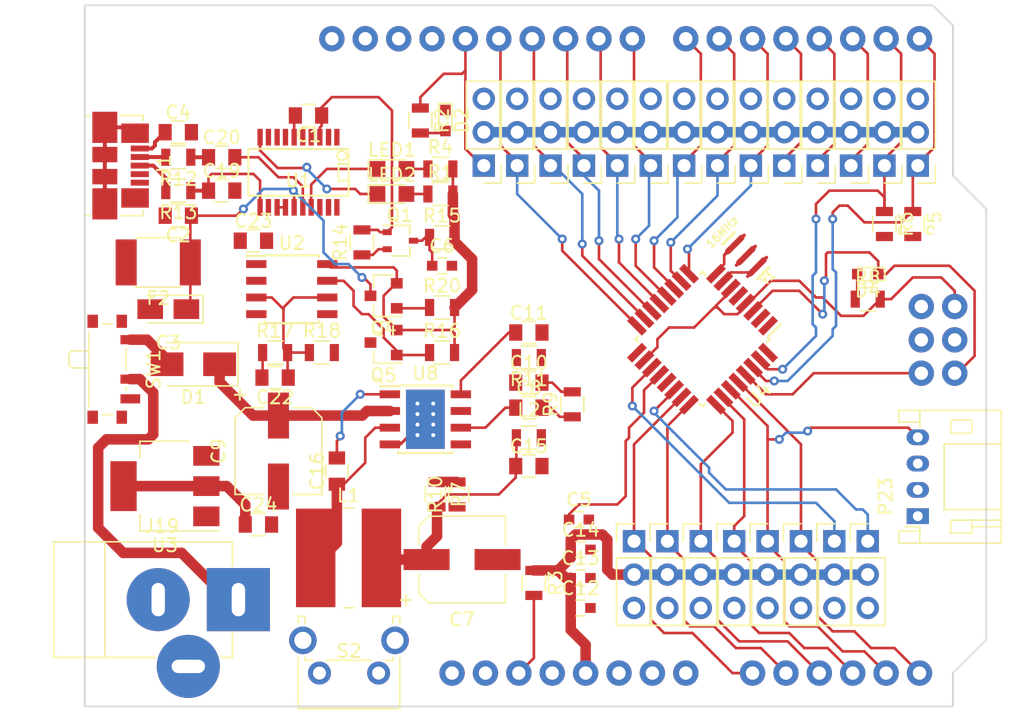
<source format=kicad_pcb>
(kicad_pcb (version 4) (host pcbnew 4.0.7-e2-6376~58~ubuntu16.04.1)
  (layers (0 F.Cu signal) (31 B.Cu signal) (34 B.Paste user) (35 F.Paste user) (36 B.SilkS user) (37 F.SilkS user) (38 B.Mask user) (39 F.Mask user) (44 Edge.Cuts user))
  (net 0 "")
  (net 1 +3V3)
  (net 2 GND)
  (net 3 USB_5V)
  (net 4 "Net-(C4-Pad1)")
  (net 5 AREF)
  (net 6 RESET)
  (net 7 DTR)
  (net 8 "Net-(C15-Pad1)")
  (net 9 "Net-(C8-Pad1)")
  (net 10 "Net-(C8-Pad2)")
  (net 11 VIN)
  (net 12 "Net-(C11-Pad1)")
  (net 13 +5V)
  (net 14 "Net-(C16-Pad1)")
  (net 15 "Net-(C16-Pad2)")
  (net 16 "Net-(C19-Pad1)")
  (net 17 "Net-(C20-Pad1)")
  (net 18 "Net-(C22-Pad1)")
  (net 19 "Net-(D2-Pad2)")
  (net 20 "Net-(D4-Pad2)")
  (net 21 AD0)
  (net 22 AD1)
  (net 23 AD2)
  (net 24 AD3)
  (net 25 AD4/SDA)
  (net 26 AD5/SCL)
  (net 27 IO2/PIN2)
  (net 28 IO3/PIN3)
  (net 29 IO4/PIN4)
  (net 30 IO5/PIN5)
  (net 31 IO6/PIN6)
  (net 32 IO7/PIN7)
  (net 33 IO8/PIN8)
  (net 34 IO9/PIN9)
  (net 35 SS/PIN10)
  (net 36 MOSI/PIN11)
  (net 37 MISO/PIN12)
  (net 38 SCK/PIN13)
  (net 39 VDD5)
  (net 40 "Net-(LED1-Pad2)")
  (net 41 "Net-(LED1-Pad1)")
  (net 42 "Net-(LED2-Pad2)")
  (net 43 "Net-(LED2-Pad1)")
  (net 44 RX)
  (net 45 AD7)
  (net 46 TX)
  (net 47 AD6)
  (net 48 "Net-(Q1-Pad2)")
  (net 49 "Net-(Q4-Pad1)")
  (net 50 "Net-(Q5-Pad1)")
  (net 51 "Net-(R5-Pad2)")
  (net 52 "Net-(R6-Pad2)")
  (net 53 "Net-(R10-Pad2)")
  (net 54 "Net-(R11-Pad1)")
  (net 55 "Net-(SW1-Pad3)")
  (net 56 "Net-(U1-Pad2)")
  (net 57 "Net-(U1-Pad5)")
  (net 58 "Net-(U1-Pad7)")
  (net 59 "Net-(U1-Pad8)")
  (net 60 "Net-(U1-Pad9)")
  (net 61 "Net-(U1-Pad18)")
  (net 62 "Net-(U1-Pad19)")
  (net 63 "Net-(U4-Pad7)")
  (net 64 "Net-(U4-Pad8)")
  (net 65 "Net-(J1-Pad2)")
  (net 66 "Net-(J1-Pad3)")
  (net 67 "Net-(J1-Pad4)")
  (net 68 "Net-(D1-Pad2)")
  (net 69 "Net-(J19-Pad1)")
  (module Capacitors_SMD:C_0805 (layer F.Cu) (at 128.778 69.342 180)
    (fp_text reference C1 (at 0 -1.5 180) (layer F.SilkS))
    (fp_text value 0.1uF)
    (pad 1 smd rect (at -1 0 180) (size 1 1.25) (layers F.Cu F.Paste F.Mask) (net 1 +3V3))
    (pad 2 smd rect (at 1 0 180) (size 1 1.25) (layers F.Cu F.Paste F.Mask) (net 2 GND))
  )
  (module Capacitors_SMD:C_0805 (layer F.Cu) (at 118.872 76.962 180)
    (fp_text reference C2 (at 0 -1.5 180) (layer F.SilkS))
    (fp_text value 0.1uF)
    (pad 1 smd rect (at -1 0 180) (size 1 1.25) (layers F.Cu F.Paste F.Mask) (net 3 USB_5V))
    (pad 2 smd rect (at 1 0 180) (size 1 1.25) (layers F.Cu F.Paste F.Mask) (net 2 GND))
  )
  (module Capacitors_Tantalum_SMD:CP_Tantalum_Case-A_EIA-3216-18_Reflow (layer F.Cu) (at 118.11 84.074 180)
    (fp_text reference C3 (at 0 -2.55 180) (layer F.SilkS))
    (fp_text value CP1_SmalluF)
    (pad 1 smd rect (at -1.375 0 180) (size 1.95 1.5) (layers F.Cu F.Paste F.Mask) (net 3 USB_5V))
    (pad 2 smd rect (at 1.375 0 180) (size 1.95 1.5) (layers F.Cu F.Paste F.Mask) (net 2 GND))
  )
  (module Capacitors_SMD:C_0805 (layer F.Cu) (at 118.872 70.612)
    (fp_text reference C4 (at 0 -1.5) (layer F.SilkS))
    (fp_text value 0.1uF)
    (pad 1 smd rect (at -1 0) (size 1 1.25) (layers F.Cu F.Paste F.Mask) (net 4 "Net-(C4-Pad1)"))
    (pad 2 smd rect (at 1 0) (size 1 1.25) (layers F.Cu F.Paste F.Mask) (net 2 GND))
  )
  (module Capacitors_SMD:C_0603 (layer F.Cu) (at 149.352 100.076)
    (fp_text reference C5 (at 0 -1.5) (layer F.SilkS))
    (fp_text value 0.1uF)
    (pad 2 smd rect (at 0.75 0) (size 0.8 0.75) (layers F.Cu F.Paste F.Mask) (net 2 GND))
    (pad 1 smd rect (at -0.75 0) (size 0.8 0.75) (layers F.Cu F.Paste F.Mask) (net 5 AREF))
  )
  (module Capacitors_SMD:C_0603 (layer F.Cu) (at 138.938 80.772)
    (fp_text reference C6 (at 0 -1.5) (layer F.SilkS))
    (fp_text value 0.1uF)
    (pad 2 smd rect (at 0.75 0) (size 0.8 0.75) (layers F.Cu F.Paste F.Mask) (net 6 RESET))
    (pad 1 smd rect (at -0.75 0) (size 0.8 0.75) (layers F.Cu F.Paste F.Mask) (net 7 DTR))
  )
  (module Capacitors_SMD:CP_Elec_6.3x5.3 (layer F.Cu) (at 140.462 103.124)
    (fp_text reference C7 (at 0 4.56) (layer F.SilkS))
    (fp_text value 100u)
    (fp_text user + (at -4.28 3.01) (layer F.SilkS))
    (pad 1 smd rect (at -2.7 0 180) (size 3.5 1.6) (layers F.Cu F.Paste F.Mask) (net 8 "Net-(C15-Pad1)"))
    (pad 2 smd rect (at 2.7 0 180) (size 3.5 1.6) (layers F.Cu F.Paste F.Mask) (net 2 GND))
  )
  (module Capacitors_SMD:C_0805 (layer F.Cu) (at 145.542 91.567)
    (fp_text reference C8 (at 0 -1.5) (layer F.SilkS))
    (fp_text value 3.3n)
    (pad 1 smd rect (at -1 0) (size 1 1.25) (layers F.Cu F.Paste F.Mask) (net 9 "Net-(C8-Pad1)"))
    (pad 2 smd rect (at 1 0) (size 1 1.25) (layers F.Cu F.Paste F.Mask) (net 10 "Net-(C8-Pad2)"))
  )
  (module Capacitors_SMD:CP_Elec_6.3x5.3 (layer F.Cu) (at 126.492 94.869 270)
    (fp_text reference C9 (at 0 4.56 270) (layer F.SilkS))
    (fp_text value 100uF)
    (fp_text user + (at -4.28 3.01 270) (layer F.SilkS))
    (pad 1 smd rect (at -2.7 0 90) (size 3.5 1.6) (layers F.Cu F.Paste F.Mask) (net 11 VIN))
    (pad 2 smd rect (at 2.7 0 90) (size 3.5 1.6) (layers F.Cu F.Paste F.Mask) (net 2 GND))
  )
  (module Capacitors_SMD:C_0805 (layer F.Cu) (at 145.542 89.662)
    (fp_text reference C10 (at 0 -1.5) (layer F.SilkS))
    (fp_text value 100nF)
    (pad 1 smd rect (at -1 0) (size 1 1.25) (layers F.Cu F.Paste F.Mask) (net 11 VIN))
    (pad 2 smd rect (at 1 0) (size 1 1.25) (layers F.Cu F.Paste F.Mask) (net 2 GND))
  )
  (module Capacitors_SMD:C_0805 (layer F.Cu) (at 145.542 85.852)
    (fp_text reference C11 (at 0 -1.5) (layer F.SilkS))
    (fp_text value 100nF)
    (pad 1 smd rect (at -1 0) (size 1 1.25) (layers F.Cu F.Paste F.Mask) (net 12 "Net-(C11-Pad1)"))
    (pad 2 smd rect (at 1 0) (size 1 1.25) (layers F.Cu F.Paste F.Mask) (net 2 GND))
  )
  (module Capacitors_SMD:C_0603 (layer F.Cu) (at 149.479 106.807)
    (fp_text reference C12 (at 0 -1.5) (layer F.SilkS))
    (fp_text value 1uF)
    (pad 2 smd rect (at 0.75 0) (size 0.8 0.75) (layers F.Cu F.Paste F.Mask) (net 2 GND))
    (pad 1 smd rect (at -0.75 0) (size 0.8 0.75) (layers F.Cu F.Paste F.Mask) (net 13 +5V))
  )
  (module Capacitors_SMD:C_0603 (layer F.Cu) (at 149.479 104.521)
    (fp_text reference C13 (at 0 -1.5) (layer F.SilkS))
    (fp_text value 100nF)
    (pad 2 smd rect (at 0.75 0) (size 0.8 0.75) (layers F.Cu F.Paste F.Mask) (net 2 GND))
    (pad 1 smd rect (at -0.75 0) (size 0.8 0.75) (layers F.Cu F.Paste F.Mask) (net 13 +5V))
  )
  (module Capacitors_SMD:C_0603 (layer F.Cu) (at 149.479 102.362)
    (fp_text reference C14 (at 0 -1.5) (layer F.SilkS))
    (fp_text value 10nF)
    (pad 2 smd rect (at 0.75 0) (size 0.8 0.75) (layers F.Cu F.Paste F.Mask) (net 2 GND))
    (pad 1 smd rect (at -0.75 0) (size 0.8 0.75) (layers F.Cu F.Paste F.Mask) (net 13 +5V))
  )
  (module Capacitors_SMD:C_0805 (layer F.Cu) (at 145.542 96.012)
    (fp_text reference C15 (at 0 -1.5) (layer F.SilkS))
    (fp_text value 100n)
    (pad 1 smd rect (at -1 0) (size 1 1.25) (layers F.Cu F.Paste F.Mask) (net 8 "Net-(C15-Pad1)"))
    (pad 2 smd rect (at 1 0) (size 1 1.25) (layers F.Cu F.Paste F.Mask) (net 2 GND))
  )
  (module Capacitors_SMD:C_0805 (layer F.Cu) (at 130.937 96.393 90)
    (fp_text reference C16 (at 0 -1.5 90) (layer F.SilkS))
    (fp_text value 10n)
    (pad 1 smd rect (at -1 0 90) (size 1 1.25) (layers F.Cu F.Paste F.Mask) (net 14 "Net-(C16-Pad1)"))
    (pad 2 smd rect (at 1 0 90) (size 1 1.25) (layers F.Cu F.Paste F.Mask) (net 15 "Net-(C16-Pad2)"))
  )
  (module Capacitors_SMD:C_0805 (layer F.Cu) (at 122.174 75.057)
    (fp_text reference C19 (at 0 -1.5) (layer F.SilkS))
    (fp_text value 47pF)
    (pad 1 smd rect (at -1 0) (size 1 1.25) (layers F.Cu F.Paste F.Mask) (net 16 "Net-(C19-Pad1)"))
    (pad 2 smd rect (at 1 0) (size 1 1.25) (layers F.Cu F.Paste F.Mask) (net 2 GND))
  )
  (module Capacitors_SMD:C_0805 (layer F.Cu) (at 122.174 72.517)
    (fp_text reference C20 (at 0 -1.5) (layer F.SilkS))
    (fp_text value 47pF)
    (pad 1 smd rect (at -1 0) (size 1 1.25) (layers F.Cu F.Paste F.Mask) (net 17 "Net-(C20-Pad1)"))
    (pad 2 smd rect (at 1 0) (size 1 1.25) (layers F.Cu F.Paste F.Mask) (net 2 GND))
  )
  (module Capacitors_SMD:C_0805 (layer F.Cu) (at 126.238 89.281 180)
    (fp_text reference C22 (at 0 -1.5 180) (layer F.SilkS))
    (fp_text value 100nF)
    (pad 1 smd rect (at -1 0 180) (size 1 1.25) (layers F.Cu F.Paste F.Mask) (net 18 "Net-(C22-Pad1)"))
    (pad 2 smd rect (at 1 0 180) (size 1 1.25) (layers F.Cu F.Paste F.Mask) (net 2 GND))
  )
  (module Capacitors_SMD:C_0805 (layer F.Cu) (at 124.587 78.867)
    (fp_text reference C23 (at 0 -1.5) (layer F.SilkS))
    (fp_text value 100nF)
    (pad 1 smd rect (at -1 0) (size 1 1.25) (layers F.Cu F.Paste F.Mask) (net 13 +5V))
    (pad 2 smd rect (at 1 0) (size 1 1.25) (layers F.Cu F.Paste F.Mask) (net 2 GND))
  )
  (module Capacitors_SMD:C_0805 (layer F.Cu) (at 124.968 100.457)
    (fp_text reference C24 (at 0 -1.5) (layer F.SilkS))
    (fp_text value 100nF)
    (pad 1 smd rect (at -1 0) (size 1 1.25) (layers F.Cu F.Paste F.Mask) (net 1 +3V3))
    (pad 2 smd rect (at 1 0) (size 1 1.25) (layers F.Cu F.Paste F.Mask) (net 2 GND))
  )
  (module Diodes_SMD:D_SMA (layer F.Cu) (at 120.015 88.265 180)
    (fp_text reference D1 (at 0 -2.5 180) (layer F.SilkS))
    (fp_text value MBRA140)
    (pad 1 smd rect (at -2 0 180) (size 2.5 1.8) (layers F.Cu F.Paste F.Mask) (net 11 VIN))
    (pad 2 smd rect (at 2 0 180) (size 2.5 1.8) (layers F.Cu F.Paste F.Mask) (net 68 "Net-(D1-Pad2)"))
  )
  (module LEDs:LED_0603 (layer F.Cu) (at 139.192 69.723 270)
    (fp_text reference D2 (at 0 -1.25 270) (layer F.SilkS))
    (fp_text value YELLOW)
    (pad 2 smd rect (at 0.8 0 90) (size 0.8 0.8) (layers F.Cu F.Paste F.Mask) (net 19 "Net-(D2-Pad2)"))
    (pad 1 smd rect (at -0.8 0 90) (size 0.8 0.8) (layers F.Cu F.Paste F.Mask) (net 2 GND))
  )
  (module LEDs:LED_0603 (layer F.Cu) (at 171.323 81.407 180)
    (fp_text reference D4 (at 0 -1.25 180) (layer F.SilkS))
    (fp_text value PURPLE)
    (pad 2 smd rect (at 0.8 0) (size 0.8 0.8) (layers F.Cu F.Paste F.Mask) (net 20 "Net-(D4-Pad2)"))
    (pad 1 smd rect (at -0.8 0) (size 0.8 0.8) (layers F.Cu F.Paste F.Mask) (net 2 GND))
  )
  (module Resistors_SMD:R_1812 (layer F.Cu) (at 117.348 80.518 180)
    (fp_text reference F2 (at 0 -2.72 180) (layer F.SilkS))
    (fp_text value 500mA)
    (pad 1 smd rect (at -2.44 0 180) (size 1.6 3.5) (layers F.Cu F.Paste F.Mask) (net 3 USB_5V))
    (pad 2 smd rect (at 2.44 0 180) (size 1.6 3.5) (layers F.Cu F.Paste F.Mask) (net 4 "Net-(C4-Pad1)"))
  )
  (module Connectors_USB:USB_Micro-B_Molex_47346-0001 (layer F.Cu) (at 113.284 73.152 270)
    (fp_text reference J1 (at 0 -4.5 450) (layer F.SilkS))
    (fp_text value USB_MICROB)
    (pad 1 smd rect (at -1.3 -2.66 270) (size 0.45 1.38) (layers F.Cu F.Paste F.Mask) (net 4 "Net-(C4-Pad1)"))
    (pad 2 smd rect (at -0.65 -2.66 270) (size 0.45 1.38) (layers F.Cu F.Paste F.Mask) (net 65 "Net-(J1-Pad2)"))
    (pad 3 smd rect (at 0 -2.66 270) (size 0.45 1.38) (layers F.Cu F.Paste F.Mask) (net 66 "Net-(J1-Pad3)"))
    (pad 4 smd rect (at 0.65 -2.66 270) (size 0.45 1.38) (layers F.Cu F.Paste F.Mask) (net 67 "Net-(J1-Pad4)"))
    (pad 5 smd rect (at 1.3 -2.66 270) (size 0.45 1.38) (layers F.Cu F.Paste F.Mask) (net 2 GND))
    (pad 6 smd rect (at -2.4625 -2.3 270) (size 1.475 2.1) (layers F.Cu F.Paste F.Mask) (net 2 GND))
    (pad 6 smd rect (at 2.4625 -2.3 270) (size 1.475 2.1) (layers F.Cu F.Paste F.Mask) (net 2 GND))
    (pad 6 smd rect (at -2.91 0 270) (size 2.375 1.9) (layers F.Cu F.Paste F.Mask) (net 2 GND))
    (pad 6 smd rect (at 2.91 0 270) (size 2.375 1.9) (layers F.Cu F.Paste F.Mask) (net 2 GND))
    (pad 6 smd rect (at -0.84 0 270) (size 1.175 1.9) (layers F.Cu F.Paste F.Mask) (net 2 GND))
    (pad 6 smd rect (at 0.84 0 270) (size 1.175 1.9) (layers F.Cu F.Paste F.Mask) (net 2 GND))
  )
  (module Connectors:JACK_ALIM (layer F.Cu) (at 123.444 106.172)
    (fp_text reference J19 (at -5.84 -5.59) (layer F.SilkS))
    (fp_text value POWER_JACKPTH)
    (pad 2 thru_hole circle (at -6.1 0) (size 4.8 4.8) (drill oval 1.02 2.54) (layers *.Cu *.Mask) (net 2 GND))
    (pad 1 thru_hole rect (at 0 0) (size 4.8 4.8) (drill oval 1.02 2.54) (layers *.Cu *.Mask) (net 69 "Net-(J19-Pad1)"))
    (pad 3 thru_hole circle (at -3.81 5.08) (size 4.8 4.8) (drill oval 2.54 1.02) (layers *.Cu *.Mask) (net 2 GND))
  )
  (module Inductors_SMD:L_Wuerth_WE-PD2-Typ-L (layer F.Cu) (at 131.826 102.997)
    (fp_text reference L1 (at 0 -4.75) (layer F.SilkS))
    (fp_text value 10uH)
    (pad 1 smd rect (at -2.5 0) (size 3 7.5) (layers F.Cu F.Paste F.Mask) (net 14 "Net-(C16-Pad1)"))
    (pad 2 smd rect (at 2.5 0) (size 3 7.5) (layers F.Cu F.Paste F.Mask) (net 8 "Net-(C15-Pad1)"))
  )
  (module Inductors_SMD:L_0805 (layer F.Cu) (at 145.542 93.853)
    (fp_text reference L2 (at 0 -2.1) (layer F.SilkS))
    (fp_text value "60R 100M Ferrite")
    (pad 1 smd rect (at -0.95 0) (size 0.7 1.3) (layers F.Cu F.Paste F.Mask) (net 8 "Net-(C15-Pad1)"))
    (pad 2 smd rect (at 0.95 0) (size 0.7 1.3) (layers F.Cu F.Paste F.Mask) (net 39 VDD5))
  )
  (module LEDs:LED_0805 (layer F.Cu) (at 135.128 73.406)
    (fp_text reference LED1 (at 0 -1.45) (layer F.SilkS))
    (fp_text value RED)
    (pad 2 smd rect (at 1.1 0 180) (size 1.2 1.2) (layers F.Cu F.Paste F.Mask) (net 40 "Net-(LED1-Pad2)"))
    (pad 1 smd rect (at -1.1 0 180) (size 1.2 1.2) (layers F.Cu F.Paste F.Mask) (net 41 "Net-(LED1-Pad1)"))
  )
  (module LEDs:LED_0805 (layer F.Cu) (at 135.128 75.311)
    (fp_text reference LED2 (at 0 -1.45) (layer F.SilkS))
    (fp_text value GREEN)
    (pad 2 smd rect (at 1.1 0 180) (size 1.2 1.2) (layers F.Cu F.Paste F.Mask) (net 42 "Net-(LED2-Pad2)"))
    (pad 1 smd rect (at -1.1 0 180) (size 1.2 1.2) (layers F.Cu F.Paste F.Mask) (net 43 "Net-(LED2-Pad1)"))
  )
  (module Pin_Headers:Pin_Header_Straight_1x03_Pitch2.54mm (layer F.Cu) (at 175.133 73.152 180)
    (fp_text reference P1 hide)
    (fp_text value CONN_01X03 hide)
    (pad 1 thru_hole rect (at 0 0 180) (size 1.7 1.7) (drill 1) (layers *.Cu *.Mask) (net 44 RX))
    (pad 2 thru_hole oval (at 0 2.54 180) (size 1.7 1.7) (drill 1) (layers *.Cu *.Mask) (net 13 +5V))
    (pad 3 thru_hole oval (at 0 5.08 180) (size 1.7 1.7) (drill 1) (layers *.Cu *.Mask) (net 2 GND))
  )
  (module Pin_Headers:Pin_Header_Straight_1x03_Pitch2.54mm (layer F.Cu) (at 162.433 73.152 180)
    (fp_text reference P2 hide)
    (fp_text value CONN_01X03 hide)
    (pad 1 thru_hole rect (at 0 0 180) (size 1.7 1.7) (drill 1) (layers *.Cu *.Mask) (net 30 IO5/PIN5))
    (pad 2 thru_hole oval (at 0 2.54 180) (size 1.7 1.7) (drill 1) (layers *.Cu *.Mask) (net 13 +5V))
    (pad 3 thru_hole oval (at 0 5.08 180) (size 1.7 1.7) (drill 1) (layers *.Cu *.Mask) (net 2 GND))
  )
  (module Pin_Headers:Pin_Header_Straight_1x03_Pitch2.54mm (layer F.Cu) (at 149.733 73.152 180)
    (fp_text reference P3 hide)
    (fp_text value CONN_01X03 hide)
    (pad 1 thru_hole rect (at 0 0 180) (size 1.7 1.7) (drill 1) (layers *.Cu *.Mask) (net 35 SS/PIN10))
    (pad 2 thru_hole oval (at 0 2.54 180) (size 1.7 1.7) (drill 1) (layers *.Cu *.Mask) (net 13 +5V))
    (pad 3 thru_hole oval (at 0 5.08 180) (size 1.7 1.7) (drill 1) (layers *.Cu *.Mask) (net 2 GND))
  )
  (module Pin_Headers:Pin_Header_Straight_1x03_Pitch2.54mm (layer F.Cu) (at 153.543 101.727)
    (fp_text reference P4 hide)
    (fp_text value CONN_01X03 hide)
    (pad 1 thru_hole rect (at 0 0) (size 1.7 1.7) (drill 1) (layers *.Cu *.Mask) (net 21 AD0))
    (pad 2 thru_hole oval (at 0 2.54) (size 1.7 1.7) (drill 1) (layers *.Cu *.Mask) (net 13 +5V))
    (pad 3 thru_hole oval (at 0 5.08) (size 1.7 1.7) (drill 1) (layers *.Cu *.Mask) (net 2 GND))
  )
  (module Pin_Headers:Pin_Header_Straight_1x03_Pitch2.54mm (layer F.Cu) (at 171.323 101.727)
    (fp_text reference P5 hide)
    (fp_text value CONN_01X03 hide)
    (pad 1 thru_hole rect (at 0 0) (size 1.7 1.7) (drill 1) (layers *.Cu *.Mask) (net 45 AD7))
    (pad 2 thru_hole oval (at 0 2.54) (size 1.7 1.7) (drill 1) (layers *.Cu *.Mask) (net 13 +5V))
    (pad 3 thru_hole oval (at 0 5.08) (size 1.7 1.7) (drill 1) (layers *.Cu *.Mask) (net 2 GND))
  )
  (module Pin_Headers:Pin_Header_Straight_1x03_Pitch2.54mm (layer F.Cu) (at 172.593 73.152 180)
    (fp_text reference P6 hide)
    (fp_text value CONN_01X03 hide)
    (pad 1 thru_hole rect (at 0 0 180) (size 1.7 1.7) (drill 1) (layers *.Cu *.Mask) (net 46 TX))
    (pad 2 thru_hole oval (at 0 2.54 180) (size 1.7 1.7) (drill 1) (layers *.Cu *.Mask) (net 13 +5V))
    (pad 3 thru_hole oval (at 0 5.08 180) (size 1.7 1.7) (drill 1) (layers *.Cu *.Mask) (net 2 GND))
  )
  (module Pin_Headers:Pin_Header_Straight_1x03_Pitch2.54mm (layer F.Cu) (at 159.893 73.152 180)
    (fp_text reference P7 hide)
    (fp_text value CONN_01X03 hide)
    (pad 1 thru_hole rect (at 0 0 180) (size 1.7 1.7) (drill 1) (layers *.Cu *.Mask) (net 31 IO6/PIN6))
    (pad 2 thru_hole oval (at 0 2.54 180) (size 1.7 1.7) (drill 1) (layers *.Cu *.Mask) (net 13 +5V))
    (pad 3 thru_hole oval (at 0 5.08 180) (size 1.7 1.7) (drill 1) (layers *.Cu *.Mask) (net 2 GND))
  )
  (module Pin_Headers:Pin_Header_Straight_1x03_Pitch2.54mm (layer F.Cu) (at 147.193 73.152 180)
    (fp_text reference P8 hide)
    (fp_text value CONN_01X03 hide)
    (pad 1 thru_hole rect (at 0 0 180) (size 1.7 1.7) (drill 1) (layers *.Cu *.Mask) (net 36 MOSI/PIN11))
    (pad 2 thru_hole oval (at 0 2.54 180) (size 1.7 1.7) (drill 1) (layers *.Cu *.Mask) (net 13 +5V))
    (pad 3 thru_hole oval (at 0 5.08 180) (size 1.7 1.7) (drill 1) (layers *.Cu *.Mask) (net 2 GND))
  )
  (module Pin_Headers:Pin_Header_Straight_1x03_Pitch2.54mm (layer F.Cu) (at 156.083 101.727)
    (fp_text reference P9 hide)
    (fp_text value CONN_01X03 hide)
    (pad 1 thru_hole rect (at 0 0) (size 1.7 1.7) (drill 1) (layers *.Cu *.Mask) (net 22 AD1))
    (pad 2 thru_hole oval (at 0 2.54) (size 1.7 1.7) (drill 1) (layers *.Cu *.Mask) (net 13 +5V))
    (pad 3 thru_hole oval (at 0 5.08) (size 1.7 1.7) (drill 1) (layers *.Cu *.Mask) (net 2 GND))
  )
  (module Pin_Headers:Pin_Header_Straight_1x03_Pitch2.54mm (layer F.Cu) (at 168.783 101.727)
    (fp_text reference P10 hide)
    (fp_text value CONN_01X03 hide)
    (pad 1 thru_hole rect (at 0 0) (size 1.7 1.7) (drill 1) (layers *.Cu *.Mask) (net 47 AD6))
    (pad 2 thru_hole oval (at 0 2.54) (size 1.7 1.7) (drill 1) (layers *.Cu *.Mask) (net 13 +5V))
    (pad 3 thru_hole oval (at 0 5.08) (size 1.7 1.7) (drill 1) (layers *.Cu *.Mask) (net 2 GND))
  )
  (module Pin_Headers:Pin_Header_Straight_1x03_Pitch2.54mm (layer F.Cu) (at 170.053 73.152 180)
    (fp_text reference P11 hide)
    (fp_text value CONN_01X03 hide)
    (pad 1 thru_hole rect (at 0 0 180) (size 1.7 1.7) (drill 1) (layers *.Cu *.Mask) (net 27 IO2/PIN2))
    (pad 2 thru_hole oval (at 0 2.54 180) (size 1.7 1.7) (drill 1) (layers *.Cu *.Mask) (net 13 +5V))
    (pad 3 thru_hole oval (at 0 5.08 180) (size 1.7 1.7) (drill 1) (layers *.Cu *.Mask) (net 2 GND))
  )
  (module Pin_Headers:Pin_Header_Straight_1x03_Pitch2.54mm (layer F.Cu) (at 157.353 73.152 180)
    (fp_text reference P12 hide)
    (fp_text value CONN_01X03 hide)
    (pad 1 thru_hole rect (at 0 0 180) (size 1.7 1.7) (drill 1) (layers *.Cu *.Mask) (net 32 IO7/PIN7))
    (pad 2 thru_hole oval (at 0 2.54 180) (size 1.7 1.7) (drill 1) (layers *.Cu *.Mask) (net 13 +5V))
    (pad 3 thru_hole oval (at 0 5.08 180) (size 1.7 1.7) (drill 1) (layers *.Cu *.Mask) (net 2 GND))
  )
  (module Pin_Headers:Pin_Header_Straight_1x03_Pitch2.54mm (layer F.Cu) (at 144.653 73.152 180)
    (fp_text reference P13 hide)
    (fp_text value CONN_01X03 hide)
    (pad 1 thru_hole rect (at 0 0 180) (size 1.7 1.7) (drill 1) (layers *.Cu *.Mask) (net 37 MISO/PIN12))
    (pad 2 thru_hole oval (at 0 2.54 180) (size 1.7 1.7) (drill 1) (layers *.Cu *.Mask) (net 13 +5V))
    (pad 3 thru_hole oval (at 0 5.08 180) (size 1.7 1.7) (drill 1) (layers *.Cu *.Mask) (net 2 GND))
  )
  (module Pin_Headers:Pin_Header_Straight_1x03_Pitch2.54mm (layer F.Cu) (at 158.623 101.727)
    (fp_text reference P14 hide)
    (fp_text value CONN_01X03 hide)
    (pad 1 thru_hole rect (at 0 0) (size 1.7 1.7) (drill 1) (layers *.Cu *.Mask) (net 23 AD2))
    (pad 2 thru_hole oval (at 0 2.54) (size 1.7 1.7) (drill 1) (layers *.Cu *.Mask) (net 13 +5V))
    (pad 3 thru_hole oval (at 0 5.08) (size 1.7 1.7) (drill 1) (layers *.Cu *.Mask) (net 2 GND))
  )
  (module Pin_Headers:Pin_Header_Straight_1x03_Pitch2.54mm (layer F.Cu) (at 167.513 73.152 180)
    (fp_text reference P15 hide)
    (fp_text value CONN_01X03 hide)
    (pad 1 thru_hole rect (at 0 0 180) (size 1.7 1.7) (drill 1) (layers *.Cu *.Mask) (net 28 IO3/PIN3))
    (pad 2 thru_hole oval (at 0 2.54 180) (size 1.7 1.7) (drill 1) (layers *.Cu *.Mask) (net 13 +5V))
    (pad 3 thru_hole oval (at 0 5.08 180) (size 1.7 1.7) (drill 1) (layers *.Cu *.Mask) (net 2 GND))
  )
  (module Pin_Headers:Pin_Header_Straight_1x03_Pitch2.54mm (layer F.Cu) (at 154.813 73.152 180)
    (fp_text reference P16 hide)
    (fp_text value CONN_01X03 hide)
    (pad 1 thru_hole rect (at 0 0 180) (size 1.7 1.7) (drill 1) (layers *.Cu *.Mask) (net 33 IO8/PIN8))
    (pad 2 thru_hole oval (at 0 2.54 180) (size 1.7 1.7) (drill 1) (layers *.Cu *.Mask) (net 13 +5V))
    (pad 3 thru_hole oval (at 0 5.08 180) (size 1.7 1.7) (drill 1) (layers *.Cu *.Mask) (net 2 GND))
  )
  (module Pin_Headers:Pin_Header_Straight_1x03_Pitch2.54mm (layer F.Cu) (at 142.113 73.152 180)
    (fp_text reference P17 hide)
    (fp_text value CONN_01X03 hide)
    (pad 1 thru_hole rect (at 0 0 180) (size 1.7 1.7) (drill 1) (layers *.Cu *.Mask) (net 38 SCK/PIN13))
    (pad 2 thru_hole oval (at 0 2.54 180) (size 1.7 1.7) (drill 1) (layers *.Cu *.Mask) (net 13 +5V))
    (pad 3 thru_hole oval (at 0 5.08 180) (size 1.7 1.7) (drill 1) (layers *.Cu *.Mask) (net 2 GND))
  )
  (module Pin_Headers:Pin_Header_Straight_1x03_Pitch2.54mm (layer F.Cu) (at 161.163 101.727)
    (fp_text reference P18 hide)
    (fp_text value CONN_01X03 hide)
    (pad 1 thru_hole rect (at 0 0) (size 1.7 1.7) (drill 1) (layers *.Cu *.Mask) (net 24 AD3))
    (pad 2 thru_hole oval (at 0 2.54) (size 1.7 1.7) (drill 1) (layers *.Cu *.Mask) (net 13 +5V))
    (pad 3 thru_hole oval (at 0 5.08) (size 1.7 1.7) (drill 1) (layers *.Cu *.Mask) (net 2 GND))
  )
  (module Pin_Headers:Pin_Header_Straight_1x03_Pitch2.54mm (layer F.Cu) (at 164.973 73.152 180)
    (fp_text reference P19 hide)
    (fp_text value CONN_01X03 hide)
    (pad 1 thru_hole rect (at 0 0 180) (size 1.7 1.7) (drill 1) (layers *.Cu *.Mask) (net 29 IO4/PIN4))
    (pad 2 thru_hole oval (at 0 2.54 180) (size 1.7 1.7) (drill 1) (layers *.Cu *.Mask) (net 13 +5V))
    (pad 3 thru_hole oval (at 0 5.08 180) (size 1.7 1.7) (drill 1) (layers *.Cu *.Mask) (net 2 GND))
  )
  (module Pin_Headers:Pin_Header_Straight_1x03_Pitch2.54mm (layer F.Cu) (at 152.273 73.152 180)
    (fp_text reference P20 hide)
    (fp_text value CONN_01X03 hide)
    (pad 1 thru_hole rect (at 0 0 180) (size 1.7 1.7) (drill 1) (layers *.Cu *.Mask) (net 34 IO9/PIN9))
    (pad 2 thru_hole oval (at 0 2.54 180) (size 1.7 1.7) (drill 1) (layers *.Cu *.Mask) (net 13 +5V))
    (pad 3 thru_hole oval (at 0 5.08 180) (size 1.7 1.7) (drill 1) (layers *.Cu *.Mask) (net 2 GND))
  )
  (module Pin_Headers:Pin_Header_Straight_1x03_Pitch2.54mm (layer F.Cu) (at 163.703 101.727)
    (fp_text reference P21 hide)
    (fp_text value CONN_01X03 hide)
    (pad 1 thru_hole rect (at 0 0) (size 1.7 1.7) (drill 1) (layers *.Cu *.Mask) (net 25 AD4/SDA))
    (pad 2 thru_hole oval (at 0 2.54) (size 1.7 1.7) (drill 1) (layers *.Cu *.Mask) (net 13 +5V))
    (pad 3 thru_hole oval (at 0 5.08) (size 1.7 1.7) (drill 1) (layers *.Cu *.Mask) (net 2 GND))
  )
  (module Pin_Headers:Pin_Header_Straight_1x03_Pitch2.54mm (layer F.Cu) (at 166.243 101.727)
    (fp_text reference P22 hide)
    (fp_text value CONN_01X03 hide)
    (pad 1 thru_hole rect (at 0 0) (size 1.7 1.7) (drill 1) (layers *.Cu *.Mask) (net 26 AD5/SCL))
    (pad 2 thru_hole oval (at 0 2.54) (size 1.7 1.7) (drill 1) (layers *.Cu *.Mask) (net 13 +5V))
    (pad 3 thru_hole oval (at 0 5.08) (size 1.7 1.7) (drill 1) (layers *.Cu *.Mask) (net 2 GND))
  )
  (module Connectors_JST:JST_PH_S4B-PH-K_04x2.00mm_Angled (layer F.Cu) (at 175.133 99.822 90)
    (fp_text reference P23 (at 1.5 -2.45 90) (layer F.SilkS))
    (fp_text value I2C)
    (pad 1 thru_hole rect (at 0 0 90) (size 1.2 1.7) (drill 0.75) (layers *.Cu *.Mask) (net 2 GND))
    (pad 2 thru_hole oval (at 2 0 90) (size 1.2 1.7) (drill 0.75) (layers *.Cu *.Mask) (net 13 +5V))
    (pad 3 thru_hole oval (at 4 0 90) (size 1.2 1.7) (drill 0.75) (layers *.Cu *.Mask) (net 26 AD5/SCL))
    (pad 4 thru_hole oval (at 6 0 90) (size 1.2 1.7) (drill 0.75) (layers *.Cu *.Mask) (net 25 AD4/SDA))
  )
  (module TO_SOT_Packages_SMD:SOT-323_SC-70 (layer F.Cu) (at 135.763 78.867)
    (fp_text reference Q1 (at -0.05 -1.95) (layer F.SilkS))
    (fp_text value 2N7002PW)
    (pad 1 smd rect (at -1 -0.65 270) (size 0.45 0.7) (layers F.Cu F.Paste F.Mask) (net 1 +3V3))
    (pad 2 smd rect (at -1 0.65 270) (size 0.45 0.7) (layers F.Cu F.Paste F.Mask) (net 48 "Net-(Q1-Pad2)"))
    (pad 3 smd rect (at 1 0 270) (size 0.45 0.7) (layers F.Cu F.Paste F.Mask) (net 7 DTR))
  )
  (module TO_SOT_Packages_SMD:SOT-23 (layer F.Cu) (at 134.493 83.058 180)
    (fp_text reference Q4 (at 0 -2.5 180) (layer F.SilkS))
    (fp_text value FDN340P)
    (pad 1 smd rect (at -1 -0.95 180) (size 0.9 0.8) (layers F.Cu F.Paste F.Mask) (net 49 "Net-(Q4-Pad1)"))
    (pad 2 smd rect (at -1 0.95 180) (size 0.9 0.8) (layers F.Cu F.Paste F.Mask) (net 13 +5V))
    (pad 3 smd rect (at 1 0 180) (size 0.9 0.8) (layers F.Cu F.Paste F.Mask) (net 3 USB_5V))
  )
  (module TO_SOT_Packages_SMD:SOT-23 (layer F.Cu) (at 134.493 86.614 180)
    (fp_text reference Q5 (at 0 -2.5 180) (layer F.SilkS))
    (fp_text value FDN340P)
    (pad 1 smd rect (at -1 -0.95 180) (size 0.9 0.8) (layers F.Cu F.Paste F.Mask) (net 50 "Net-(Q5-Pad1)"))
    (pad 2 smd rect (at -1 0.95 180) (size 0.9 0.8) (layers F.Cu F.Paste F.Mask) (net 13 +5V))
    (pad 3 smd rect (at 1 0 180) (size 0.9 0.8) (layers F.Cu F.Paste F.Mask) (net 39 VDD5))
  )
  (module Resistors_SMD:R_0805 (layer F.Cu) (at 138.811 75.311)
    (fp_text reference R1 (at 0 -1.65) (layer F.SilkS))
    (fp_text value 1k)
    (pad 1 smd rect (at -0.95 0) (size 0.7 1.3) (layers F.Cu F.Paste F.Mask) (net 42 "Net-(LED2-Pad2)"))
    (pad 2 smd rect (at 0.95 0) (size 0.7 1.3) (layers F.Cu F.Paste F.Mask) (net 13 +5V))
  )
  (module Resistors_SMD:R_0805 (layer F.Cu) (at 137.287 69.723 270)
    (fp_text reference R2 (at 0 -1.65 270) (layer F.SilkS))
    (fp_text value 1k)
    (pad 1 smd rect (at -0.95 0 270) (size 0.7 1.3) (layers F.Cu F.Paste F.Mask) (net 38 SCK/PIN13))
    (pad 2 smd rect (at 0.95 0 270) (size 0.7 1.3) (layers F.Cu F.Paste F.Mask) (net 19 "Net-(D2-Pad2)"))
  )
  (module Resistors_SMD:R_0805 (layer F.Cu) (at 145.923 104.902 270)
    (fp_text reference R3 (at 0 -1.65 270) (layer F.SilkS))
    (fp_text value 10k)
    (pad 1 smd rect (at -0.95 0 270) (size 0.7 1.3) (layers F.Cu F.Paste F.Mask) (net 13 +5V))
    (pad 2 smd rect (at 0.95 0 270) (size 0.7 1.3) (layers F.Cu F.Paste F.Mask) (net 6 RESET))
  )
  (module Resistors_SMD:R_0805 (layer F.Cu) (at 138.811 73.406)
    (fp_text reference R4 (at 0 -1.65) (layer F.SilkS))
    (fp_text value 1k)
    (pad 1 smd rect (at -0.95 0) (size 0.7 1.3) (layers F.Cu F.Paste F.Mask) (net 40 "Net-(LED1-Pad2)"))
    (pad 2 smd rect (at 0.95 0) (size 0.7 1.3) (layers F.Cu F.Paste F.Mask) (net 13 +5V))
  )
  (module Resistors_SMD:R_0805 (layer F.Cu) (at 174.752 77.597 270)
    (fp_text reference R5 (at 0 -1.65 270) (layer F.SilkS))
    (fp_text value 1k)
    (pad 1 smd rect (at -0.95 0 270) (size 0.7 1.3) (layers F.Cu F.Paste F.Mask) (net 44 RX))
    (pad 2 smd rect (at 0.95 0 270) (size 0.7 1.3) (layers F.Cu F.Paste F.Mask) (net 51 "Net-(R5-Pad2)"))
  )
  (module Resistors_SMD:R_0805 (layer F.Cu) (at 172.593 77.597 270)
    (fp_text reference R6 (at 0 -1.65 270) (layer F.SilkS))
    (fp_text value 1k)
    (pad 1 smd rect (at -0.95 0 270) (size 0.7 1.3) (layers F.Cu F.Paste F.Mask) (net 46 TX))
    (pad 2 smd rect (at 0.95 0 270) (size 0.7 1.3) (layers F.Cu F.Paste F.Mask) (net 52 "Net-(R6-Pad2)"))
  )
  (module Resistors_SMD:R_0805 (layer F.Cu) (at 138.557 98.171 270)
    (fp_text reference R7 (at 0 -1.65 270) (layer F.SilkS))
    (fp_text value "5K6 1%")
    (pad 1 smd rect (at -0.95 0 270) (size 0.7 1.3) (layers F.Cu F.Paste F.Mask) (net 53 "Net-(R10-Pad2)"))
    (pad 2 smd rect (at 0.95 0 270) (size 0.7 1.3) (layers F.Cu F.Paste F.Mask) (net 8 "Net-(C15-Pad1)"))
  )
  (module Resistors_SMD:R_0805 (layer F.Cu) (at 171.323 83.312)
    (fp_text reference R8 (at 0 -1.65) (layer F.SilkS))
    (fp_text value 1k)
    (pad 1 smd rect (at -0.95 0) (size 0.7 1.3) (layers F.Cu F.Paste F.Mask) (net 20 "Net-(D4-Pad2)"))
    (pad 2 smd rect (at 0.95 0) (size 0.7 1.3) (layers F.Cu F.Paste F.Mask) (net 13 +5V))
  )
  (module Resistors_SMD:R_0805 (layer F.Cu) (at 148.844 91.313 90)
    (fp_text reference R9 (at 0 -1.65 90) (layer F.SilkS))
    (fp_text value 6.8k)
    (pad 1 smd rect (at -0.95 0 90) (size 0.7 1.3) (layers F.Cu F.Paste F.Mask) (net 10 "Net-(C8-Pad2)"))
    (pad 2 smd rect (at 0.95 0 90) (size 0.7 1.3) (layers F.Cu F.Paste F.Mask) (net 2 GND))
  )
  (module Resistors_SMD:R_0805 (layer F.Cu) (at 140.081 98.171 90)
    (fp_text reference R10 (at 0 -1.65 90) (layer F.SilkS))
    (fp_text value "1k 1%")
    (pad 1 smd rect (at -0.95 0 90) (size 0.7 1.3) (layers F.Cu F.Paste F.Mask) (net 2 GND))
    (pad 2 smd rect (at 0.95 0 90) (size 0.7 1.3) (layers F.Cu F.Paste F.Mask) (net 53 "Net-(R10-Pad2)"))
  )
  (module Resistors_SMD:R_0805 (layer F.Cu) (at 145.542 87.757 180)
    (fp_text reference R11 (at 0 -1.65 180) (layer F.SilkS))
    (fp_text value 100k)
    (pad 1 smd rect (at -0.95 0 180) (size 0.7 1.3) (layers F.Cu F.Paste F.Mask) (net 54 "Net-(R11-Pad1)"))
    (pad 2 smd rect (at 0.95 0 180) (size 0.7 1.3) (layers F.Cu F.Paste F.Mask) (net 11 VIN))
  )
  (module Resistors_SMD:R_0805 (layer F.Cu) (at 118.872 72.517 180)
    (fp_text reference R12 (at 0 -1.65 180) (layer F.SilkS))
    (fp_text value 27R)
    (pad 1 smd rect (at -0.95 0 180) (size 0.7 1.3) (layers F.Cu F.Paste F.Mask) (net 17 "Net-(C20-Pad1)"))
    (pad 2 smd rect (at 0.95 0 180) (size 0.7 1.3) (layers F.Cu F.Paste F.Mask) (net 65 "Net-(J1-Pad2)"))
  )
  (module Resistors_SMD:R_0805 (layer F.Cu) (at 118.872 75.057 180)
    (fp_text reference R13 (at 0 -1.65 180) (layer F.SilkS))
    (fp_text value 27R)
    (pad 1 smd rect (at -0.95 0 180) (size 0.7 1.3) (layers F.Cu F.Paste F.Mask) (net 16 "Net-(C19-Pad1)"))
    (pad 2 smd rect (at 0.95 0 180) (size 0.7 1.3) (layers F.Cu F.Paste F.Mask) (net 66 "Net-(J1-Pad3)"))
  )
  (module Resistors_SMD:R_0805 (layer F.Cu) (at 132.842 78.994 90)
    (fp_text reference R14 (at 0 -1.65 90) (layer F.SilkS))
    (fp_text value 10k)
    (pad 1 smd rect (at -0.95 0 90) (size 0.7 1.3) (layers F.Cu F.Paste F.Mask) (net 48 "Net-(Q1-Pad2)"))
    (pad 2 smd rect (at 0.95 0 90) (size 0.7 1.3) (layers F.Cu F.Paste F.Mask) (net 1 +3V3))
  )
  (module Resistors_SMD:R_0805 (layer F.Cu) (at 138.938 78.613)
    (fp_text reference R15 (at 0 -1.65) (layer F.SilkS))
    (fp_text value 10k)
    (pad 1 smd rect (at -0.95 0) (size 0.7 1.3) (layers F.Cu F.Paste F.Mask) (net 7 DTR))
    (pad 2 smd rect (at 0.95 0) (size 0.7 1.3) (layers F.Cu F.Paste F.Mask) (net 13 +5V))
  )
  (module Resistors_SMD:R_0805 (layer F.Cu) (at 138.938 87.376)
    (fp_text reference R16 (at 0 -1.65) (layer F.SilkS))
    (fp_text value 10k)
    (pad 1 smd rect (at -0.95 0) (size 0.7 1.3) (layers F.Cu F.Paste F.Mask) (net 50 "Net-(Q5-Pad1)"))
    (pad 2 smd rect (at 0.95 0) (size 0.7 1.3) (layers F.Cu F.Paste F.Mask) (net 13 +5V))
  )
  (module Resistors_SMD:R_0805 (layer F.Cu) (at 126.238 87.376)
    (fp_text reference R17 (at 0 -1.65) (layer F.SilkS))
    (fp_text value 10k)
    (pad 1 smd rect (at -0.95 0) (size 0.7 1.3) (layers F.Cu F.Paste F.Mask) (net 2 GND))
    (pad 2 smd rect (at 0.95 0) (size 0.7 1.3) (layers F.Cu F.Paste F.Mask) (net 18 "Net-(C22-Pad1)"))
  )
  (module Resistors_SMD:R_0805 (layer F.Cu) (at 129.794 87.376)
    (fp_text reference R18 (at 0 -1.65) (layer F.SilkS))
    (fp_text value 10k)
    (pad 1 smd rect (at -0.95 0) (size 0.7 1.3) (layers F.Cu F.Paste F.Mask) (net 18 "Net-(C22-Pad1)"))
    (pad 2 smd rect (at 0.95 0) (size 0.7 1.3) (layers F.Cu F.Paste F.Mask) (net 11 VIN))
  )
  (module Resistors_SMD:R_0805 (layer F.Cu) (at 138.938 83.947)
    (fp_text reference R20 (at 0 -1.65) (layer F.SilkS))
    (fp_text value 10k)
    (pad 1 smd rect (at -0.95 0) (size 0.7 1.3) (layers F.Cu F.Paste F.Mask) (net 49 "Net-(Q4-Pad1)"))
    (pad 2 smd rect (at 0.95 0) (size 0.7 1.3) (layers F.Cu F.Paste F.Mask) (net 13 +5V))
  )
  (module Buttons_Switches_THT:SW_Tactile_SPST_Angled_PTS645Vx39-2LFS (layer F.Cu) (at 134.112 111.76 180)
    (fp_text reference S2 (at 2.25 1.68 180) (layer F.SilkS))
    (fp_text value RESET)
    (pad "" thru_hole circle (at 5.76 2.49 180) (size 2.1 2.1) (drill 1.3) (layers *.Cu *.Mask))
    (pad 2 thru_hole circle (at 4.5 0 180) (size 1.75 1.75) (drill 0.99) (layers *.Cu *.Mask) (net 6 RESET))
    (pad 1 thru_hole circle (at 0 0 180) (size 1.75 1.75) (drill 0.99) (layers *.Cu *.Mask) (net 2 GND))
    (pad "" thru_hole circle (at -1.25 2.49 180) (size 2.1 2.1) (drill 1.3) (layers *.Cu *.Mask))
  )
  (module Buttons_Switches_SMD:SW_SPDT_PCM12 (layer F.Cu) (at 113.792 88.646 270)
    (fp_text reference SW1 (at 0 -3.2 270) (layer F.SilkS))
    (fp_text value SW_SPDT)
    (pad "" np_thru_hole circle (at -1.5 0.33 270) (size 0.9 0.9) (drill 0.9) (layers *.Cu *.Mask))
    (pad "" np_thru_hole circle (at 1.5 0.33 270) (size 0.9 0.9) (drill 0.9) (layers *.Cu *.Mask))
    (pad 1 smd rect (at -2.25 -1.43 270) (size 0.7 1.5) (layers F.Cu F.Paste F.Mask) (net 68 "Net-(D1-Pad2)"))
    (pad 2 smd rect (at 0.75 -1.43 270) (size 0.7 1.5) (layers F.Cu F.Paste F.Mask) (net 69 "Net-(J19-Pad1)"))
    (pad 3 smd rect (at 2.25 -1.43 270) (size 0.7 1.5) (layers F.Cu F.Paste F.Mask) (net 55 "Net-(SW1-Pad3)"))
    (pad "" smd rect (at -3.65 1.43 270) (size 1 0.8) (layers F.Cu F.Paste F.Mask))
    (pad "" smd rect (at 3.65 1.43 270) (size 1 0.8) (layers F.Cu F.Paste F.Mask))
    (pad "" smd rect (at 3.65 -0.78 270) (size 1 0.8) (layers F.Cu F.Paste F.Mask))
    (pad "" smd rect (at -3.65 -0.78 270) (size 1 0.8) (layers F.Cu F.Paste F.Mask))
  )
  (module SMD_Packages:SSOP-20 (layer F.Cu) (at 128.016 73.66 180)
    (fp_text reference U1 (at 0 -0.635 180) (layer F.SilkS))
    (fp_text value FT231XS)
    (pad 1 smd rect (at -2.921 2.667 180) (size 0.4064 1.27) (layers F.Cu F.Paste F.Mask) (net 48 "Net-(Q1-Pad2)"))
    (pad 2 smd rect (at -2.286 2.667 180) (size 0.4064 1.27) (layers F.Cu F.Paste F.Mask) (net 56 "Net-(U1-Pad2)"))
    (pad 3 smd rect (at -1.6256 2.667 180) (size 0.4064 1.27) (layers F.Cu F.Paste F.Mask) (net 1 +3V3))
    (pad 4 smd rect (at -0.9652 2.667 180) (size 0.4064 1.27) (layers F.Cu F.Paste F.Mask) (net 52 "Net-(R6-Pad2)"))
    (pad 5 smd rect (at -0.3302 2.667 180) (size 0.4064 1.27) (layers F.Cu F.Paste F.Mask) (net 57 "Net-(U1-Pad5)"))
    (pad 6 smd rect (at 0.3302 2.667 180) (size 0.4064 1.27) (layers F.Cu F.Paste F.Mask) (net 2 GND))
    (pad 7 smd rect (at 0.9906 2.667 180) (size 0.4064 1.27) (layers F.Cu F.Paste F.Mask) (net 58 "Net-(U1-Pad7)"))
    (pad 8 smd rect (at 1.6256 2.667 180) (size 0.4064 1.27) (layers F.Cu F.Paste F.Mask) (net 59 "Net-(U1-Pad8)"))
    (pad 9 smd rect (at 2.286 2.667 180) (size 0.4064 1.27) (layers F.Cu F.Paste F.Mask) (net 60 "Net-(U1-Pad9)"))
    (pad 10 smd rect (at 2.921 2.667 180) (size 0.4064 1.27) (layers F.Cu F.Paste F.Mask) (net 43 "Net-(LED2-Pad1)"))
    (pad 11 smd rect (at 2.921 -2.667 180) (size 0.4064 1.27) (layers F.Cu F.Paste F.Mask) (net 16 "Net-(C19-Pad1)"))
    (pad 12 smd rect (at 2.286 -2.667 180) (size 0.4064 1.27) (layers F.Cu F.Paste F.Mask) (net 17 "Net-(C20-Pad1)"))
    (pad 13 smd rect (at 1.6256 -2.667 180) (size 0.4064 1.27) (layers F.Cu F.Paste F.Mask) (net 1 +3V3))
    (pad 14 smd rect (at 0.9906 -2.667 180) (size 0.4064 1.27) (layers F.Cu F.Paste F.Mask) (net 1 +3V3))
    (pad 15 smd rect (at 0.3302 -2.667 180) (size 0.4064 1.27) (layers F.Cu F.Paste F.Mask) (net 3 USB_5V))
    (pad 16 smd rect (at -0.3302 -2.667 180) (size 0.4064 1.27) (layers F.Cu F.Paste F.Mask) (net 2 GND))
    (pad 17 smd rect (at -0.9652 -2.667 180) (size 0.4064 1.27) (layers F.Cu F.Paste F.Mask) (net 41 "Net-(LED1-Pad1)"))
    (pad 18 smd rect (at -1.6256 -2.667 180) (size 0.4064 1.27) (layers F.Cu F.Paste F.Mask) (net 61 "Net-(U1-Pad18)"))
    (pad 19 smd rect (at -2.286 -2.667 180) (size 0.4064 1.27) (layers F.Cu F.Paste F.Mask) (net 62 "Net-(U1-Pad19)"))
    (pad 20 smd rect (at -2.921 -2.667 180) (size 0.4064 1.27) (layers F.Cu F.Paste F.Mask) (net 51 "Net-(R5-Pad2)"))
  )
  (module Housings_SOIC:SOIC-8_3.9x4.9mm_Pitch1.27mm (layer F.Cu) (at 127.508 82.55)
    (fp_text reference U2 (at 0 -3.5) (layer F.SilkS))
    (fp_text value LM358)
    (pad 1 smd rect (at -2.7 -1.905) (size 1.55 0.6) (layers F.Cu F.Paste F.Mask) (net 49 "Net-(Q4-Pad1)"))
    (pad 2 smd rect (at -2.7 -0.635) (size 1.55 0.6) (layers F.Cu F.Paste F.Mask) (net 1 +3V3))
    (pad 3 smd rect (at -2.7 0.635) (size 1.55 0.6) (layers F.Cu F.Paste F.Mask) (net 18 "Net-(C22-Pad1)"))
    (pad 4 smd rect (at -2.7 1.905) (size 1.55 0.6) (layers F.Cu F.Paste F.Mask) (net 2 GND))
    (pad 5 smd rect (at 2.7 1.905) (size 1.55 0.6) (layers F.Cu F.Paste F.Mask) (net 1 +3V3))
    (pad 6 smd rect (at 2.7 0.635) (size 1.55 0.6) (layers F.Cu F.Paste F.Mask) (net 18 "Net-(C22-Pad1)"))
    (pad 7 smd rect (at 2.7 -0.635) (size 1.55 0.6) (layers F.Cu F.Paste F.Mask) (net 50 "Net-(Q5-Pad1)"))
    (pad 8 smd rect (at 2.7 -1.905) (size 1.55 0.6) (layers F.Cu F.Paste F.Mask) (net 13 +5V))
  )
  (module TO_SOT_Packages_SMD:SOT-223 (layer F.Cu) (at 117.856 97.536 180)
    (fp_text reference U3 (at 0 -4.5 180) (layer F.SilkS))
    (fp_text value AMS1117-3.3)
    (pad 4 smd rect (at 3.15 0 180) (size 2 3.8) (layers F.Cu F.Paste F.Mask) (net 1 +3V3))
    (pad 2 smd rect (at -3.15 0 180) (size 2 1.5) (layers F.Cu F.Paste F.Mask) (net 1 +3V3))
    (pad 3 smd rect (at -3.15 2.3 180) (size 2 1.5) (layers F.Cu F.Paste F.Mask) (net 13 +5V))
    (pad 1 smd rect (at -3.15 -2.3 180) (size 2 1.5) (layers F.Cu F.Paste F.Mask) (net 2 GND))
  )
  (module Housings_QFP:TQFP-32_7x7mm_Pitch0.8mm (layer F.Cu) (at 158.75 86.36 225)
    (fp_text reference U4 (at 0 -6.05 225) (layer F.SilkS))
    (fp_text value ATMEGA328P_TQFP)
    (pad 1 smd rect (at -4.25 -2.8 225) (size 1.6 0.55) (layers F.Cu F.Paste F.Mask) (net 28 IO3/PIN3))
    (pad 2 smd rect (at -4.25 -2 225) (size 1.6 0.55) (layers F.Cu F.Paste F.Mask) (net 29 IO4/PIN4))
    (pad 3 smd rect (at -4.25 -1.2 225) (size 1.6 0.55) (layers F.Cu F.Paste F.Mask) (net 2 GND))
    (pad 4 smd rect (at -4.25 -0.4 225) (size 1.6 0.55) (layers F.Cu F.Paste F.Mask) (net 13 +5V))
    (pad 5 smd rect (at -4.25 0.4 225) (size 1.6 0.55) (layers F.Cu F.Paste F.Mask) (net 2 GND))
    (pad 6 smd rect (at -4.25 1.2 225) (size 1.6 0.55) (layers F.Cu F.Paste F.Mask) (net 13 +5V))
    (pad 7 smd rect (at -4.25 2 225) (size 1.6 0.55) (layers F.Cu F.Paste F.Mask) (net 63 "Net-(U4-Pad7)"))
    (pad 8 smd rect (at -4.25 2.8 225) (size 1.6 0.55) (layers F.Cu F.Paste F.Mask) (net 64 "Net-(U4-Pad8)"))
    (pad 9 smd rect (at -2.8 4.25 315) (size 1.6 0.55) (layers F.Cu F.Paste F.Mask) (net 30 IO5/PIN5))
    (pad 10 smd rect (at -2 4.25 315) (size 1.6 0.55) (layers F.Cu F.Paste F.Mask) (net 31 IO6/PIN6))
    (pad 11 smd rect (at -1.2 4.25 315) (size 1.6 0.55) (layers F.Cu F.Paste F.Mask) (net 32 IO7/PIN7))
    (pad 12 smd rect (at -0.4 4.25 315) (size 1.6 0.55) (layers F.Cu F.Paste F.Mask) (net 33 IO8/PIN8))
    (pad 13 smd rect (at 0.4 4.25 315) (size 1.6 0.55) (layers F.Cu F.Paste F.Mask) (net 34 IO9/PIN9))
    (pad 14 smd rect (at 1.2 4.25 315) (size 1.6 0.55) (layers F.Cu F.Paste F.Mask) (net 35 SS/PIN10))
    (pad 15 smd rect (at 2 4.25 315) (size 1.6 0.55) (layers F.Cu F.Paste F.Mask) (net 36 MOSI/PIN11))
    (pad 16 smd rect (at 2.8 4.25 315) (size 1.6 0.55) (layers F.Cu F.Paste F.Mask) (net 37 MISO/PIN12))
    (pad 17 smd rect (at 4.25 2.8 225) (size 1.6 0.55) (layers F.Cu F.Paste F.Mask) (net 38 SCK/PIN13))
    (pad 18 smd rect (at 4.25 2 225) (size 1.6 0.55) (layers F.Cu F.Paste F.Mask) (net 13 +5V))
    (pad 19 smd rect (at 4.25 1.2 225) (size 1.6 0.55) (layers F.Cu F.Paste F.Mask) (net 47 AD6))
    (pad 20 smd rect (at 4.25 0.4 225) (size 1.6 0.55) (layers F.Cu F.Paste F.Mask) (net 5 AREF))
    (pad 21 smd rect (at 4.25 -0.4 225) (size 1.6 0.55) (layers F.Cu F.Paste F.Mask) (net 2 GND))
    (pad 22 smd rect (at 4.25 -1.2 225) (size 1.6 0.55) (layers F.Cu F.Paste F.Mask) (net 45 AD7))
    (pad 23 smd rect (at 4.25 -2 225) (size 1.6 0.55) (layers F.Cu F.Paste F.Mask) (net 21 AD0))
    (pad 24 smd rect (at 4.25 -2.8 225) (size 1.6 0.55) (layers F.Cu F.Paste F.Mask) (net 22 AD1))
    (pad 25 smd rect (at 2.8 -4.25 315) (size 1.6 0.55) (layers F.Cu F.Paste F.Mask) (net 23 AD2))
    (pad 26 smd rect (at 2 -4.25 315) (size 1.6 0.55) (layers F.Cu F.Paste F.Mask) (net 24 AD3))
    (pad 27 smd rect (at 1.2 -4.25 315) (size 1.6 0.55) (layers F.Cu F.Paste F.Mask) (net 25 AD4/SDA))
    (pad 28 smd rect (at 0.4 -4.25 315) (size 1.6 0.55) (layers F.Cu F.Paste F.Mask) (net 26 AD5/SCL))
    (pad 29 smd rect (at -0.4 -4.25 315) (size 1.6 0.55) (layers F.Cu F.Paste F.Mask) (net 6 RESET))
    (pad 30 smd rect (at -1.2 -4.25 315) (size 1.6 0.55) (layers F.Cu F.Paste F.Mask) (net 44 RX))
    (pad 31 smd rect (at -2 -4.25 315) (size 1.6 0.55) (layers F.Cu F.Paste F.Mask) (net 46 TX))
    (pad 32 smd rect (at -2.8 -4.25 315) (size 1.6 0.55) (layers F.Cu F.Paste F.Mask) (net 27 IO2/PIN2))
  )
  (module Housings_SOIC:HTSOP-8-1EP_3.9x4.9mm_Pitch1.27mm_ThermalVias_LargeCopper (layer F.Cu) (at 137.668 92.456)
    (fp_text reference U8 (at 0 -3.5) (layer F.SilkS))
    (fp_text value MP2307SO)
    (pad 9 smd rect (at 0 0) (size 2.95 4.5) (layers F.Cu) (net 2 GND))
    (pad 1 smd rect (at -2.7 -1.905) (size 1.55 0.6) (layers F.Cu F.Paste F.Mask) (net 15 "Net-(C16-Pad2)"))
    (pad 2 smd rect (at -2.7 -0.635) (size 1.55 0.6) (layers F.Cu F.Paste F.Mask) (net 11 VIN))
    (pad 3 smd rect (at -2.7 0.635) (size 1.55 0.6) (layers F.Cu F.Paste F.Mask) (net 14 "Net-(C16-Pad1)"))
    (pad 4 smd rect (at -2.7 1.905) (size 1.55 0.6) (layers F.Cu F.Paste F.Mask) (net 2 GND))
    (pad 5 smd rect (at 2.7 1.905) (size 1.55 0.6) (layers F.Cu F.Paste F.Mask) (net 53 "Net-(R10-Pad2)"))
    (pad 6 smd rect (at 2.7 0.635) (size 1.55 0.6) (layers F.Cu F.Paste F.Mask) (net 9 "Net-(C8-Pad1)"))
    (pad 7 smd rect (at 2.7 -0.635) (size 1.55 0.6) (layers F.Cu F.Paste F.Mask) (net 54 "Net-(R11-Pad1)"))
    (pad 8 smd rect (at 2.7 -1.905) (size 1.55 0.6) (layers F.Cu F.Paste F.Mask) (net 12 "Net-(C11-Pad1)"))
    (pad 9 smd rect (at 0.6 0.8) (size 1.2 1.6) (layers F.Cu F.Paste F.Mask) (net 2 GND))
    (pad 9 smd rect (at 0.6 -0.8) (size 1.2 1.6) (layers F.Cu F.Paste F.Mask) (net 2 GND))
    (pad 9 smd rect (at -0.6 0.8) (size 1.2 1.6) (layers F.Cu F.Paste F.Mask) (net 2 GND))
    (pad 9 smd rect (at -0.6 -0.8) (size 1.2 1.6) (layers F.Cu F.Paste F.Mask) (net 2 GND))
    (pad 9 smd rect (at 0 0) (size 2.95 4.5) (layers B.Cu) (net 2 GND))
    (pad 9 thru_hole circle (at -0.6 -1.2) (size 0.6 0.6) (drill 0.3) (layers *.Cu) (net 2 GND))
    (pad 9 thru_hole circle (at -0.6 -0.4) (size 0.6 0.6) (drill 0.3) (layers *.Cu) (net 2 GND))
    (pad 9 thru_hole circle (at 0.6 -0.4) (size 0.6 0.6) (drill 0.3) (layers *.Cu) (net 2 GND))
    (pad 9 thru_hole circle (at 0.6 -1.2) (size 0.6 0.6) (drill 0.3) (layers *.Cu) (net 2 GND))
    (pad 9 thru_hole circle (at -0.6 1.2) (size 0.6 0.6) (drill 0.3) (layers *.Cu) (net 2 GND))
    (pad 9 thru_hole circle (at -0.6 0.4) (size 0.6 0.6) (drill 0.3) (layers *.Cu) (net 2 GND))
    (pad 9 thru_hole circle (at 0.6 0.4) (size 0.6 0.6) (drill 0.3) (layers *.Cu) (net 2 GND))
    (pad 9 thru_hole circle (at 0.6 1.2) (size 0.6 0.6) (drill 0.3) (layers *.Cu) (net 2 GND))
  )
  (module Clocks:RESONATOR-SMD-3.2X1.3 (layer F.Cu) (at 162.052 80.01 135)
    (fp_text reference Y1 (at -2.413 0 225) (layer F.SilkS) (effects (font (size 0.6096 0.6096) (thickness 0.127))))
    (fp_text value 16MHz (at 2.54 0 225) (layer F.SilkS) (effects (font (size 0.6096 0.6096) (thickness 0.127))))
    (fp_line (start -1.19888 0) (end -1.19888 -1.016) (layer F.Cu) (width 0.254))
    (fp_line (start -1.19888 1.016) (end -1.19888 0) (layer F.Cu) (width 0.254))
    (fp_line (start 1.19888 0) (end 1.19888 -1.016) (layer F.Cu) (width 0.254))
    (fp_line (start 1.19888 0) (end 1.19888 1.016) (layer F.Cu) (width 0.254))
    (fp_line (start 0 0) (end 0 -1.016) (layer F.Cu) (width 0.254))
    (fp_line (start 0 0) (end 0 1.016) (layer F.Cu) (width 0.254))
    (pad 1 smd oval (at -1.19888 0 135) (size 0.44958 1.905) (layers F.Cu F.Paste F.Mask) (net 63 "Net-(U4-Pad7)"))
    (pad 2 smd oval (at 0 0 135) (size 0.44958 1.905) (layers F.Cu F.Paste F.Mask) (net 2 GND))
    (pad 3 smd oval (at 1.19888 0 135) (size 0.44958 1.905) (layers F.Cu F.Paste F.Mask) (net 64 "Net-(U4-Pad8)"))
  )
  (module Boards:ARDUINO_R3 (layer F.Cu) (at 144.78 87.63)
    (fp_text reference J3 hide)
    (fp_text value ARDUINO_R3 hide)
    (pad 3.3V thru_hole circle (at 2.54 24.13) (size 1.9304 1.9304) (drill 1.016) (layers *.Cu *.Mask) (net 1 +3V3))
    (pad 5V thru_hole circle (at 5.08 24.13) (size 1.9304 1.9304) (drill 1.016) (layers *.Cu *.Mask) (net 13 +5V))
    (pad A0 thru_hole circle (at 17.78 24.13) (size 1.9304 1.9304) (drill 1.016) (layers *.Cu *.Mask) (net 21 AD0))
    (pad A1 thru_hole circle (at 20.32 24.13) (size 1.9304 1.9304) (drill 1.016) (layers *.Cu *.Mask) (net 22 AD1))
    (pad A2 thru_hole circle (at 22.86 24.13) (size 1.9304 1.9304) (drill 1.016) (layers *.Cu *.Mask) (net 23 AD2))
    (pad A3 thru_hole circle (at 25.4 24.13) (size 1.9304 1.9304) (drill 1.016) (layers *.Cu *.Mask) (net 24 AD3))
    (pad A4 thru_hole circle (at 27.94 24.13) (size 1.9304 1.9304) (drill 1.016) (layers *.Cu *.Mask) (net 25 AD4/SDA))
    (pad A5 thru_hole circle (at 30.48 24.13) (size 1.9304 1.9304) (drill 1.016) (layers *.Cu *.Mask) (net 26 AD5/SCL))
    (pad AREF thru_hole circle (at -9.144 -24.13) (size 1.9304 1.9304) (drill 1.016) (layers *.Cu *.Mask) (net 5 AREF))
    (pad D0 thru_hole circle (at 30.48 -24.13) (size 1.9304 1.9304) (drill 1.016) (layers *.Cu *.Mask) (net 44 RX))
    (pad D1 thru_hole circle (at 27.94 -24.13) (size 1.9304 1.9304) (drill 1.016) (layers *.Cu *.Mask) (net 46 TX))
    (pad D2 thru_hole circle (at 25.4 -24.13) (size 1.9304 1.9304) (drill 1.016) (layers *.Cu *.Mask) (net 27 IO2/PIN2))
    (pad D3 thru_hole circle (at 22.86 -24.13) (size 1.9304 1.9304) (drill 1.016) (layers *.Cu *.Mask) (net 28 IO3/PIN3))
    (pad D4 thru_hole circle (at 20.32 -24.13) (size 1.9304 1.9304) (drill 1.016) (layers *.Cu *.Mask) (net 29 IO4/PIN4))
    (pad D5 thru_hole circle (at 17.78 -24.13) (size 1.9304 1.9304) (drill 1.016) (layers *.Cu *.Mask) (net 30 IO5/PIN5))
    (pad D6 thru_hole circle (at 15.24 -24.13) (size 1.9304 1.9304) (drill 1.016) (layers *.Cu *.Mask) (net 31 IO6/PIN6))
    (pad D7 thru_hole circle (at 12.7 -24.13) (size 1.9304 1.9304) (drill 1.016) (layers *.Cu *.Mask) (net 32 IO7/PIN7))
    (pad D8 thru_hole circle (at 8.636 -24.13) (size 1.9304 1.9304) (drill 1.016) (layers *.Cu *.Mask) (net 33 IO8/PIN8))
    (pad D9 thru_hole circle (at 6.096 -24.13) (size 1.9304 1.9304) (drill 1.016) (layers *.Cu *.Mask) (net 34 IO9/PIN9))
    (pad D10 thru_hole circle (at 3.556 -24.13) (size 1.9304 1.9304) (drill 1.016) (layers *.Cu *.Mask) (net 35 SS/PIN10))
    (pad D11 thru_hole circle (at 1.016 -24.13) (size 1.9304 1.9304) (drill 1.016) (layers *.Cu *.Mask) (net 36 MOSI/PIN11))
    (pad D12 thru_hole circle (at -1.524 -24.13) (size 1.9304 1.9304) (drill 1.016) (layers *.Cu *.Mask) (net 37 MISO/PIN12))
    (pad D13 thru_hole circle (at -4.064 -24.13) (size 1.9304 1.9304) (drill 1.016) (layers *.Cu *.Mask) (net 38 SCK/PIN13))
    (pad GND@ thru_hole circle (at 7.62 24.13) (size 1.9304 1.9304) (drill 1.016) (layers *.Cu *.Mask) (net 2 GND))
    (pad GND@ thru_hole circle (at 10.16 24.13) (size 1.9304 1.9304) (drill 1.016) (layers *.Cu *.Mask) (net 2 GND))
    (pad GND@ thru_hole circle (at -6.604 -24.13) (size 1.9304 1.9304) (drill 1.016) (layers *.Cu *.Mask) (net 2 GND))
    (pad GND@ thru_hole circle (at 33.1597 1.31826) (size 1.9304 1.9304) (drill 1.016) (layers *.Cu *.Mask) (net 2 GND))
    (pad IORE thru_hole circle (at -2.54 24.13) (size 1.9304 1.9304) (drill 1.016) (layers *.Cu *.Mask) (net 13 +5V))
    (pad MISO thru_hole circle (at 30.6197 -3.7592) (size 1.9304 1.9304) (drill 1.016) (layers *.Cu *.Mask) (net 37 MISO/PIN12))
    (pad MOSI thru_hole circle (at 33.1597 -1.2192) (size 1.9304 1.9304) (drill 1.016) (layers *.Cu *.Mask) (net 36 MOSI/PIN11))
    (pad NC thru_hole circle (at -5.08 24.13) (size 1.9304 1.9304) (drill 1.016) (layers *.Cu *.Mask))
    (pad RESE thru_hole circle (at 0 24.13) (size 1.9304 1.9304) (drill 1.016) (layers *.Cu *.Mask) (net 6 RESET))
    (pad RESE thru_hole circle (at 30.6197 1.31826) (size 1.9304 1.9304) (drill 1.016) (layers *.Cu *.Mask) (net 6 RESET))
    (pad SCK thru_hole circle (at 30.6197 -1.2192) (size 1.9304 1.9304) (drill 1.016) (layers *.Cu *.Mask) (net 38 SCK/PIN13))
    (pad SCL thru_hole circle (at -14.224 -24.13) (size 1.9304 1.9304) (drill 1.016) (layers *.Cu *.Mask) (net 26 AD5/SCL))
    (pad SDA thru_hole circle (at -11.684 -24.13) (size 1.9304 1.9304) (drill 1.016) (layers *.Cu *.Mask) (net 25 AD4/SDA))
    (pad VCC thru_hole circle (at 33.1597 -3.7592) (size 1.9304 1.9304) (drill 1.016) (layers *.Cu *.Mask) (net 13 +5V))
    (pad VIN thru_hole circle (at 12.7 24.13) (size 1.9304 1.9304) (drill 1.016) (layers *.Cu *.Mask) (net 11 VIN))
    (pad "" np_thru_hole circle (at -17.78 -24.13) (size 3.175 3.175) (drill 3.175) (layers *.Cu *.Mask))
    (pad "" np_thru_hole circle (at 33.02 -8.89) (size 3.175 3.175) (drill 3.175) (layers *.Cu *.Mask))
    (pad "" np_thru_hole circle (at 33.02 19.05) (size 3.175 3.175) (drill 3.175) (layers *.Cu *.Mask))
    (pad "" np_thru_hole circle (at -19.05 24.13) (size 3.175 3.175) (drill 3.175) (layers *.Cu *.Mask))
  )
  (gr_line (start 111.76 60.96) (end 176.276 60.96) (angle 90) (layer Edge.Cuts) (width 0.127))
  (gr_line (start 111.76 114.3) (end 111.76 60.96) (angle 90) (layer Edge.Cuts) (width 0.127))
  (gr_line (start 177.8 114.3) (end 111.76 114.3) (angle 90) (layer Edge.Cuts) (width 0.127))
  (gr_line (start 177.8 111.76) (end 177.8 114.3) (angle 90) (layer Edge.Cuts) (width 0.127))
  (gr_line (start 180.34 109.22) (end 177.8 111.76) (angle 90) (layer Edge.Cuts) (width 0.127))
  (gr_line (start 180.34 76.454) (end 180.34 109.22) (angle 90) (layer Edge.Cuts) (width 0.127))
  (gr_line (start 177.8 73.914) (end 180.34 76.454) (angle 90) (layer Edge.Cuts) (width 0.127))
  (gr_line (start 177.8 62.484) (end 177.8 73.914) (angle 90) (layer Edge.Cuts) (width 0.127))
  (gr_line (start 176.276 60.96) (end 177.8 62.484) (angle 90) (layer Edge.Cuts) (width 0.127))
  (segment (start 121.006 97.536) (end 122.555 97.536) (width 0.8) (layer F.Cu) (net 1))
  (segment (start 123.968 98.949) (end 123.968 100.457) (width 0.8) (layer F.Cu) (net 1))
  (segment (start 122.555 97.536) (end 123.968 98.949) (width 0.8) (layer F.Cu) (net 1))
  (segment (start 114.706 97.536) (end 121.006 97.536) (width 0.8) (layer F.Cu) (net 1))
  (segment (start 126.3904 76.327) (end 127.0254 76.327) (width 0.2) (layer F.Cu) (net 1))
  (segment (start 129.778 69.342) (end 129.778 68.723) (width 0.2) (layer F.Cu) (net 1))
  (segment (start 129.778 68.723) (end 130.556 67.945) (width 0.2) (layer F.Cu) (net 1))
  (segment (start 135.128 77.852) (end 134.763 78.217) (width 0.2) (layer F.Cu) (net 1))
  (segment (start 135.128 68.961) (end 135.128 77.852) (width 0.2) (layer F.Cu) (net 1))
  (segment (start 134.112 67.945) (end 135.128 68.961) (width 0.2) (layer F.Cu) (net 1))
  (segment (start 130.556 67.945) (end 134.112 67.945) (width 0.2) (layer F.Cu) (net 1))
  (segment (start 132.842 78.044) (end 134.051 78.044) (width 0.2) (layer F.Cu) (net 1))
  (segment (start 134.224 78.217) (end 134.763 78.217) (width 0.2) (layer F.Cu) (net 1))
  (segment (start 134.051 78.044) (end 134.224 78.217) (width 0.2) (layer F.Cu) (net 1))
  (segment (start 129.778 69.342) (end 129.778 70.12) (width 0.2) (layer F.Cu) (net 1))
  (segment (start 129.6416 70.2564) (end 129.6416 70.993) (width 0.2) (layer F.Cu) (net 1))
  (segment (start 129.778 70.12) (end 129.6416 70.2564) (width 0.2) (layer F.Cu) (net 1))
  (segment (start 127.6858 70.993) (end 127.6858 69.4342) (width 0.2) (layer F.Cu) (net 2))
  (segment (start 127.6858 69.4342) (end 127.778 69.342) (width 0.2) (layer F.Cu) (net 2))
  (segment (start 177.9397 88.94826) (end 178.13274 88.94826) (width 0.2) (layer F.Cu) (net 2))
  (segment (start 178.13274 88.94826) (end 179.451 87.63) (width 0.2) (layer F.Cu) (net 2))
  (segment (start 179.451 87.63) (end 179.451 82.677) (width 0.2) (layer F.Cu) (net 2))
  (segment (start 179.451 82.677) (end 177.546 80.772) (width 0.2) (layer F.Cu) (net 2))
  (segment (start 177.546 80.772) (end 173.355 80.772) (width 0.2) (layer F.Cu) (net 2))
  (segment (start 173.355 80.772) (end 172.72 81.407) (width 0.2) (layer F.Cu) (net 2))
  (segment (start 172.72 81.407) (end 172.123 81.407) (width 0.2) (layer F.Cu) (net 2))
  (segment (start 162.603732 84.203324) (end 162.603732 84.157268) (width 0.2) (layer F.Cu) (net 2))
  (segment (start 162.603732 84.157268) (end 164.084 82.677) (width 0.2) (layer F.Cu) (net 2))
  (segment (start 164.084 82.677) (end 166.116 82.677) (width 0.2) (layer F.Cu) (net 2))
  (segment (start 166.116 82.677) (end 167.894 84.455) (width 0.2) (layer F.Cu) (net 2))
  (via (at 167.894 84.455) (size 0.6858) (drill 0.3302) (layers F.Cu B.Cu) (net 2))
  (segment (start 167.894 84.455) (end 168.021 84.328) (width 0.2) (layer B.Cu) (net 2))
  (segment (start 168.021 84.328) (end 168.021 81.915) (width 0.2) (layer B.Cu) (net 2))
  (via (at 168.021 81.915) (size 0.6858) (drill 0.3302) (layers F.Cu B.Cu) (net 2))
  (segment (start 168.021 81.915) (end 168.148 81.788) (width 0.2) (layer F.Cu) (net 2))
  (segment (start 168.148 81.788) (end 168.148 79.883) (width 0.2) (layer F.Cu) (net 2))
  (segment (start 168.148 79.883) (end 168.275 79.756) (width 0.2) (layer F.Cu) (net 2))
  (segment (start 168.275 79.756) (end 171.45 79.756) (width 0.2) (layer F.Cu) (net 2))
  (segment (start 171.45 79.756) (end 172.123 80.429) (width 0.2) (layer F.Cu) (net 2))
  (segment (start 172.123 80.429) (end 172.123 81.407) (width 0.2) (layer F.Cu) (net 2))
  (segment (start 137.668 92.456) (end 135.89 94.234) (width 0.2) (layer F.Cu) (net 2))
  (segment (start 135.89 94.234) (end 135.095 94.234) (width 0.2) (layer F.Cu) (net 2))
  (segment (start 135.095 94.234) (end 134.968 94.361) (width 0.2) (layer F.Cu) (net 2))
  (segment (start 134.968 94.361) (end 135.763 94.361) (width 0.2) (layer F.Cu) (net 2))
  (segment (start 135.763 94.361) (end 137.668 92.456) (width 0.2) (layer F.Cu) (net 2))
  (segment (start 135.763 94.361) (end 137.668 92.456) (width 0.2) (layer F.Cu) (net 2))
  (segment (start 148.844 90.363) (end 148.021 90.363) (width 0.2) (layer F.Cu) (net 2))
  (segment (start 147.32 89.662) (end 146.542 89.662) (width 0.2) (layer F.Cu) (net 2))
  (segment (start 148.021 90.363) (end 147.32 89.662) (width 0.2) (layer F.Cu) (net 2))
  (segment (start 125.288 87.376) (end 125.288 89.231) (width 0.2) (layer F.Cu) (net 2))
  (segment (start 125.288 89.231) (end 125.238 89.281) (width 0.2) (layer F.Cu) (net 2))
  (segment (start 123.174 72.517) (end 124.968 72.517) (width 0.2) (layer F.Cu) (net 2))
  (segment (start 128.3462 74.7522) (end 128.3462 76.327) (width 0.2) (layer F.Cu) (net 2))
  (segment (start 127.635 74.041) (end 128.3462 74.7522) (width 0.2) (layer F.Cu) (net 2))
  (segment (start 126.492 74.041) (end 127.635 74.041) (width 0.2) (layer F.Cu) (net 2))
  (segment (start 124.968 72.517) (end 126.492 74.041) (width 0.2) (layer F.Cu) (net 2))
  (segment (start 113.284 73.992) (end 113.284 76.062) (width 0.3) (layer F.Cu) (net 2))
  (segment (start 113.284 72.312) (end 113.284 73.992) (width 0.3) (layer F.Cu) (net 2))
  (segment (start 113.284 70.242) (end 113.284 72.312) (width 0.3) (layer F.Cu) (net 2))
  (segment (start 113.284 70.242) (end 115.1365 70.242) (width 0.3) (layer F.Cu) (net 2))
  (segment (start 115.1365 70.242) (end 115.584 70.6895) (width 0.3) (layer F.Cu) (net 2))
  (segment (start 133.493 83.058) (end 133.493 82.185) (width 0.2) (layer F.Cu) (net 3))
  (segment (start 129.921 77.343) (end 127.635 75.057) (width 0.2) (layer B.Cu) (net 3))
  (segment (start 129.921 79.756) (end 129.921 77.343) (width 0.2) (layer B.Cu) (net 3))
  (segment (start 130.81 80.645) (end 129.921 79.756) (width 0.2) (layer B.Cu) (net 3))
  (segment (start 131.826 80.645) (end 130.81 80.645) (width 0.2) (layer B.Cu) (net 3))
  (segment (start 132.842 81.661) (end 131.826 80.645) (width 0.2) (layer B.Cu) (net 3))
  (via (at 132.842 81.661) (size 0.6858) (drill 0.3302) (layers F.Cu B.Cu) (net 3))
  (segment (start 132.969 81.661) (end 132.842 81.661) (width 0.2) (layer F.Cu) (net 3))
  (segment (start 133.493 82.185) (end 132.969 81.661) (width 0.2) (layer F.Cu) (net 3))
  (segment (start 119.788 80.518) (end 119.788 77.046) (width 0.2) (layer F.Cu) (net 3))
  (segment (start 119.788 77.046) (end 119.872 76.962) (width 0.2) (layer F.Cu) (net 3))
  (segment (start 119.788 80.518) (end 119.788 83.771) (width 0.2) (layer F.Cu) (net 3))
  (segment (start 119.788 83.771) (end 119.485 84.074) (width 0.2) (layer F.Cu) (net 3))
  (segment (start 119.872 76.962) (end 123.317 76.962) (width 0.2) (layer F.Cu) (net 3))
  (segment (start 127.6858 75.1078) (end 127.6858 76.327) (width 0.2) (layer F.Cu) (net 3))
  (segment (start 127.635 75.057) (end 127.6858 75.1078) (width 0.2) (layer F.Cu) (net 3))
  (via (at 127.635 75.057) (size 0.6858) (drill 0.3302) (layers F.Cu B.Cu) (net 3))
  (segment (start 127.508 74.93) (end 127.635 75.057) (width 0.2) (layer B.Cu) (net 3))
  (segment (start 125.349 74.93) (end 127.508 74.93) (width 0.2) (layer B.Cu) (net 3))
  (segment (start 123.825 76.454) (end 125.349 74.93) (width 0.2) (layer B.Cu) (net 3))
  (via (at 123.825 76.454) (size 0.6858) (drill 0.3302) (layers F.Cu B.Cu) (net 3))
  (segment (start 123.317 76.962) (end 123.825 76.454) (width 0.2) (layer F.Cu) (net 3))
  (segment (start 117.872 70.612) (end 117.856 70.612) (width 0.3) (layer F.Cu) (net 4))
  (segment (start 117.856 70.612) (end 117.094 71.374) (width 0.3) (layer F.Cu) (net 4))
  (segment (start 117.094 71.374) (end 117.094 71.628) (width 0.3) (layer F.Cu) (net 4))
  (segment (start 117.094 71.628) (end 116.87 71.852) (width 0.3) (layer F.Cu) (net 4))
  (segment (start 116.87 71.852) (end 115.944 71.852) (width 0.3) (layer F.Cu) (net 4))
  (segment (start 148.602 100.076) (end 148.602 99.683) (width 0.2) (layer F.Cu) (net 5))
  (segment (start 154.305 90.239314) (end 155.461953 89.082361) (width 0.2) (layer F.Cu) (net 5))
  (segment (start 154.305 91.948) (end 154.305 90.239314) (width 0.2) (layer F.Cu) (net 5))
  (segment (start 153.162 93.091) (end 154.305 91.948) (width 0.2) (layer F.Cu) (net 5))
  (segment (start 153.162 93.853) (end 153.162 93.091) (width 0.2) (layer F.Cu) (net 5))
  (segment (start 152.908 94.107) (end 153.162 93.853) (width 0.2) (layer F.Cu) (net 5))
  (segment (start 152.908 98.298) (end 152.908 94.107) (width 0.2) (layer F.Cu) (net 5))
  (segment (start 152.273 98.933) (end 152.908 98.298) (width 0.2) (layer F.Cu) (net 5))
  (segment (start 149.352 98.933) (end 152.273 98.933) (width 0.2) (layer F.Cu) (net 5))
  (segment (start 148.602 99.683) (end 149.352 98.933) (width 0.2) (layer F.Cu) (net 5))
  (segment (start 162.038047 89.082361) (end 162.107361 89.082361) (width 0.2) (layer F.Cu) (net 6))
  (segment (start 162.107361 89.082361) (end 163.576 90.551) (width 0.2) (layer F.Cu) (net 6))
  (segment (start 163.576 90.551) (end 165.608 90.551) (width 0.2) (layer F.Cu) (net 6))
  (segment (start 165.608 90.551) (end 167.21074 88.94826) (width 0.2) (layer F.Cu) (net 6))
  (segment (start 167.21074 88.94826) (end 175.3997 88.94826) (width 0.2) (layer F.Cu) (net 6))
  (segment (start 145.923 105.852) (end 145.923 110.617) (width 0.2) (layer F.Cu) (net 6))
  (segment (start 145.923 110.617) (end 144.78 111.76) (width 0.2) (layer F.Cu) (net 6))
  (segment (start 137.988 78.613) (end 137.988 79.568) (width 0.2) (layer F.Cu) (net 7))
  (segment (start 138.188 79.768) (end 138.188 80.772) (width 0.2) (layer F.Cu) (net 7))
  (segment (start 137.988 79.568) (end 138.188 79.768) (width 0.2) (layer F.Cu) (net 7))
  (segment (start 136.763 78.867) (end 137.414 78.867) (width 0.2) (layer F.Cu) (net 7))
  (segment (start 137.414 78.867) (end 137.668 78.613) (width 0.2) (layer F.Cu) (net 7))
  (segment (start 137.668 78.613) (end 137.988 78.613) (width 0.2) (layer F.Cu) (net 7))
  (segment (start 138.557 99.121) (end 138.557 101.346) (width 0.8) (layer F.Cu) (net 8))
  (segment (start 137.762 102.141) (end 137.762 103.124) (width 0.8) (layer F.Cu) (net 8))
  (segment (start 138.557 101.346) (end 137.762 102.141) (width 0.8) (layer F.Cu) (net 8))
  (segment (start 137.762 103.124) (end 134.453 103.124) (width 0.8) (layer F.Cu) (net 8))
  (segment (start 134.453 103.124) (end 134.326 102.997) (width 0.8) (layer F.Cu) (net 8))
  (segment (start 138.557 99.121) (end 138.557 98.933) (width 0.2) (layer F.Cu) (net 8))
  (segment (start 138.557 98.933) (end 139.319 98.171) (width 0.2) (layer F.Cu) (net 8))
  (segment (start 139.319 98.171) (end 143.256 98.171) (width 0.2) (layer F.Cu) (net 8))
  (segment (start 143.256 98.171) (end 144.542 96.885) (width 0.2) (layer F.Cu) (net 8))
  (segment (start 144.542 96.885) (end 144.542 96.012) (width 0.2) (layer F.Cu) (net 8))
  (segment (start 144.592 93.853) (end 144.592 95.962) (width 0.2) (layer F.Cu) (net 8))
  (segment (start 144.592 95.962) (end 144.542 96.012) (width 0.2) (layer F.Cu) (net 8))
  (segment (start 140.368 93.091) (end 142.24 93.091) (width 0.2) (layer F.Cu) (net 9))
  (segment (start 143.764 91.567) (end 144.542 91.567) (width 0.2) (layer F.Cu) (net 9))
  (segment (start 142.24 93.091) (end 143.764 91.567) (width 0.2) (layer F.Cu) (net 9))
  (segment (start 146.542 91.567) (end 147.193 91.567) (width 0.2) (layer F.Cu) (net 10))
  (segment (start 147.889 92.263) (end 148.844 92.263) (width 0.2) (layer F.Cu) (net 10))
  (segment (start 147.193 91.567) (end 147.889 92.263) (width 0.2) (layer F.Cu) (net 10))
  (segment (start 126.492 92.169) (end 132.875 92.169) (width 0.8) (layer F.Cu) (net 11))
  (segment (start 133.223 91.821) (end 134.968 91.821) (width 0.8) (layer F.Cu) (net 11))
  (segment (start 132.875 92.169) (end 133.223 91.821) (width 0.8) (layer F.Cu) (net 11))
  (segment (start 126.492 92.169) (end 124.554 92.169) (width 0.8) (layer F.Cu) (net 11))
  (segment (start 122.015 89.63) (end 122.015 88.265) (width 0.8) (layer F.Cu) (net 11))
  (segment (start 124.554 92.169) (end 122.015 89.63) (width 0.8) (layer F.Cu) (net 11))
  (segment (start 140.368 90.551) (end 140.368 89.502) (width 0.2) (layer F.Cu) (net 12))
  (segment (start 144.018 85.852) (end 144.542 85.852) (width 0.2) (layer F.Cu) (net 12))
  (segment (start 140.368 89.502) (end 144.018 85.852) (width 0.2) (layer F.Cu) (net 12))
  (segment (start 149.86 111.76) (end 149.86 109.601) (width 0.8) (layer F.Cu) (net 13))
  (segment (start 148.729 108.47) (end 148.729 106.807) (width 0.8) (layer F.Cu) (net 13))
  (segment (start 149.86 109.601) (end 148.729 108.47) (width 0.8) (layer F.Cu) (net 13))
  (segment (start 147.8915 104.0765) (end 147.8915 103.8225) (width 0.8) (layer F.Cu) (net 13))
  (segment (start 148.729 102.985) (end 148.729 102.362) (width 0.8) (layer F.Cu) (net 13))
  (segment (start 147.8915 103.8225) (end 148.729 102.985) (width 0.8) (layer F.Cu) (net 13))
  (segment (start 148.729 104.521) (end 148.336 104.521) (width 0.8) (layer F.Cu) (net 13))
  (segment (start 148.336 104.521) (end 147.8915 104.0765) (width 0.8) (layer F.Cu) (net 13))
  (segment (start 147.8915 104.0765) (end 147.767 103.952) (width 0.8) (layer F.Cu) (net 13))
  (segment (start 147.767 103.952) (end 145.923 103.952) (width 0.8) (layer F.Cu) (net 13))
  (segment (start 148.729 104.521) (end 148.729 106.807) (width 0.8) (layer F.Cu) (net 13))
  (segment (start 153.543 104.267) (end 151.892 104.267) (width 0.8) (layer F.Cu) (net 13))
  (segment (start 151.892 104.267) (end 151.511 103.886) (width 0.8) (layer F.Cu) (net 13))
  (segment (start 151.511 103.886) (end 151.511 101.6) (width 0.8) (layer F.Cu) (net 13))
  (segment (start 151.511 101.6) (end 151.13 101.219) (width 0.8) (layer F.Cu) (net 13))
  (segment (start 151.13 101.219) (end 149.098 101.219) (width 0.8) (layer F.Cu) (net 13))
  (segment (start 149.098 101.219) (end 148.729 101.588) (width 0.8) (layer F.Cu) (net 13))
  (segment (start 148.729 101.588) (end 148.729 102.362) (width 0.8) (layer F.Cu) (net 13))
  (segment (start 139.888 78.613) (end 139.888 78.928) (width 0.8) (layer F.Cu) (net 13))
  (segment (start 139.888 78.928) (end 141.224 80.264) (width 0.8) (layer F.Cu) (net 13))
  (segment (start 141.224 82.611) (end 139.888 83.947) (width 0.8) (layer F.Cu) (net 13))
  (segment (start 141.224 80.264) (end 141.224 82.611) (width 0.8) (layer F.Cu) (net 13))
  (segment (start 139.761 75.311) (end 139.761 76.896) (width 0.8) (layer F.Cu) (net 13))
  (segment (start 139.888 77.023) (end 139.888 78.613) (width 0.8) (layer F.Cu) (net 13))
  (segment (start 139.761 76.896) (end 139.888 77.023) (width 0.8) (layer F.Cu) (net 13))
  (segment (start 144.653 70.612) (end 142.113 70.612) (width 0.8) (layer B.Cu) (net 13))
  (segment (start 147.193 70.612) (end 144.653 70.612) (width 0.8) (layer B.Cu) (net 13))
  (segment (start 149.733 70.612) (end 147.193 70.612) (width 0.8) (layer B.Cu) (net 13))
  (segment (start 152.273 70.612) (end 149.733 70.612) (width 0.8) (layer B.Cu) (net 13))
  (segment (start 157.353 70.612) (end 154.813 70.612) (width 0.8) (layer B.Cu) (net 13))
  (segment (start 154.813 70.612) (end 152.273 70.612) (width 0.8) (layer B.Cu) (net 13))
  (segment (start 159.893 70.612) (end 157.353 70.612) (width 0.8) (layer B.Cu) (net 13))
  (segment (start 162.433 70.612) (end 159.893 70.612) (width 0.8) (layer B.Cu) (net 13))
  (segment (start 164.973 70.612) (end 162.433 70.612) (width 0.8) (layer B.Cu) (net 13))
  (segment (start 167.513 70.612) (end 164.973 70.612) (width 0.8) (layer B.Cu) (net 13))
  (segment (start 170.053 70.612) (end 167.513 70.612) (width 0.8) (layer B.Cu) (net 13))
  (segment (start 172.593 70.612) (end 170.053 70.612) (width 0.8) (layer B.Cu) (net 13))
  (segment (start 175.133 70.612) (end 172.593 70.612) (width 0.8) (layer B.Cu) (net 13))
  (segment (start 153.543 104.267) (end 156.083 104.267) (width 0.8) (layer B.Cu) (net 13))
  (segment (start 156.083 104.267) (end 158.623 104.267) (width 0.8) (layer B.Cu) (net 13))
  (segment (start 158.623 104.267) (end 161.163 104.267) (width 0.8) (layer B.Cu) (net 13))
  (segment (start 161.163 104.267) (end 163.703 104.267) (width 0.8) (layer B.Cu) (net 13))
  (segment (start 163.703 104.267) (end 166.243 104.267) (width 0.8) (layer B.Cu) (net 13))
  (segment (start 166.243 104.267) (end 168.783 104.267) (width 0.8) (layer B.Cu) (net 13))
  (segment (start 171.323 104.267) (end 168.783 104.267) (width 0.8) (layer B.Cu) (net 13))
  (segment (start 162.038047 83.637639) (end 162.234361 83.637639) (width 0.2) (layer F.Cu) (net 13))
  (segment (start 162.234361 83.637639) (end 163.957 81.915) (width 0.2) (layer F.Cu) (net 13))
  (segment (start 171.003 84.582) (end 172.273 83.312) (width 0.2) (layer F.Cu) (net 13))
  (segment (start 169.291 84.582) (end 171.003 84.582) (width 0.2) (layer F.Cu) (net 13))
  (segment (start 167.894 83.185) (end 169.291 84.582) (width 0.2) (layer F.Cu) (net 13))
  (segment (start 167.386 83.185) (end 167.894 83.185) (width 0.2) (layer F.Cu) (net 13))
  (segment (start 166.116 81.915) (end 167.386 83.185) (width 0.2) (layer F.Cu) (net 13))
  (segment (start 163.957 81.915) (end 166.116 81.915) (width 0.2) (layer F.Cu) (net 13))
  (segment (start 135.493 82.108) (end 135.493 81.137) (width 0.2) (layer F.Cu) (net 13))
  (segment (start 135.255 80.899) (end 130.462 80.899) (width 0.2) (layer F.Cu) (net 13))
  (segment (start 135.493 81.137) (end 135.255 80.899) (width 0.2) (layer F.Cu) (net 13))
  (segment (start 130.462 80.899) (end 130.208 80.645) (width 0.2) (layer F.Cu) (net 13))
  (segment (start 135.493 82.108) (end 135.443 82.108) (width 0.2) (layer F.Cu) (net 13))
  (segment (start 135.443 82.108) (end 134.493 83.058) (width 0.2) (layer F.Cu) (net 13))
  (segment (start 134.493 83.058) (end 134.493 84.664) (width 0.2) (layer F.Cu) (net 13))
  (segment (start 134.493 84.664) (end 135.493 85.664) (width 0.2) (layer F.Cu) (net 13))
  (segment (start 172.273 83.312) (end 173.101 83.312) (width 0.2) (layer F.Cu) (net 13))
  (segment (start 177.9397 82.6897) (end 177.9397 83.8708) (width 0.2) (layer F.Cu) (net 13))
  (segment (start 176.911 81.661) (end 177.9397 82.6897) (width 0.2) (layer F.Cu) (net 13))
  (segment (start 174.752 81.661) (end 176.911 81.661) (width 0.2) (layer F.Cu) (net 13))
  (segment (start 173.101 83.312) (end 174.752 81.661) (width 0.2) (layer F.Cu) (net 13))
  (segment (start 159.893 83.947) (end 159.639 83.947) (width 0.2) (layer F.Cu) (net 13))
  (segment (start 155.321 86.960573) (end 154.330583 87.95099) (width 0.2) (layer F.Cu) (net 13))
  (segment (start 155.321 86.36) (end 155.321 86.960573) (width 0.2) (layer F.Cu) (net 13))
  (segment (start 156.21 85.471) (end 155.321 86.36) (width 0.2) (layer F.Cu) (net 13))
  (segment (start 158.115 85.471) (end 156.21 85.471) (width 0.2) (layer F.Cu) (net 13))
  (segment (start 159.639 83.947) (end 158.115 85.471) (width 0.2) (layer F.Cu) (net 13))
  (segment (start 160.906676 82.506268) (end 160.906676 82.679324) (width 0.2) (layer F.Cu) (net 13))
  (segment (start 160.906676 82.679324) (end 159.766 83.82) (width 0.2) (layer F.Cu) (net 13))
  (segment (start 159.766 83.82) (end 159.893 83.947) (width 0.2) (layer F.Cu) (net 13))
  (segment (start 159.893 83.947) (end 160.401 84.455) (width 0.2) (layer F.Cu) (net 13))
  (segment (start 160.401 84.455) (end 161.417 84.455) (width 0.2) (layer F.Cu) (net 13))
  (segment (start 161.417 84.455) (end 162.038047 83.833953) (width 0.2) (layer F.Cu) (net 13))
  (segment (start 162.038047 83.833953) (end 162.038047 83.637639) (width 0.2) (layer F.Cu) (net 13))
  (segment (start 148.336 104.521) (end 147.767 103.952) (width 0.2) (layer F.Cu) (net 13))
  (segment (start 145.923 103.952) (end 147.767 103.952) (width 0.2) (layer F.Cu) (net 13))
  (segment (start 147.767 103.952) (end 147.889 103.952) (width 0.2) (layer F.Cu) (net 13))
  (segment (start 148.463 103.378) (end 148.463 102.628) (width 0.2) (layer F.Cu) (net 13))
  (segment (start 147.889 103.952) (end 148.463 103.378) (width 0.2) (layer F.Cu) (net 13))
  (segment (start 148.463 102.628) (end 148.729 102.362) (width 0.2) (layer F.Cu) (net 13))
  (segment (start 139.761 75.311) (end 139.761 73.406) (width 0.2) (layer F.Cu) (net 13))
  (segment (start 139.888 83.947) (end 139.888 85.415) (width 0.2) (layer F.Cu) (net 13))
  (segment (start 139.888 85.415) (end 139.639 85.664) (width 0.2) (layer F.Cu) (net 13))
  (segment (start 139.888 87.376) (end 139.888 85.913) (width 0.2) (layer F.Cu) (net 13))
  (segment (start 139.639 85.664) (end 135.493 85.664) (width 0.2) (layer F.Cu) (net 13))
  (segment (start 139.888 85.913) (end 139.639 85.664) (width 0.2) (layer F.Cu) (net 13))
  (segment (start 129.326 102.997) (end 129.794 102.997) (width 0.8) (layer F.Cu) (net 14))
  (segment (start 129.794 102.997) (end 130.937 101.854) (width 0.8) (layer F.Cu) (net 14))
  (segment (start 130.937 101.854) (end 130.937 97.393) (width 0.8) (layer F.Cu) (net 14))
  (segment (start 130.937 97.393) (end 130.937 101.386) (width 0.2) (layer F.Cu) (net 14))
  (segment (start 130.937 101.386) (end 129.326 102.997) (width 0.2) (layer F.Cu) (net 14))
  (segment (start 134.968 93.091) (end 133.858 93.091) (width 0.2) (layer F.Cu) (net 14))
  (segment (start 133.096 95.758) (end 131.461 97.393) (width 0.2) (layer F.Cu) (net 14))
  (segment (start 133.096 93.853) (end 133.096 95.758) (width 0.2) (layer F.Cu) (net 14))
  (segment (start 133.858 93.091) (end 133.096 93.853) (width 0.2) (layer F.Cu) (net 14))
  (segment (start 131.461 97.393) (end 130.937 97.393) (width 0.2) (layer F.Cu) (net 14))
  (segment (start 130.937 95.393) (end 130.937 94.107) (width 0.2) (layer F.Cu) (net 15))
  (segment (start 132.715 90.551) (end 134.968 90.551) (width 0.2) (layer F.Cu) (net 15))
  (via (at 132.715 90.551) (size 0.6858) (drill 0.3302) (layers F.Cu B.Cu) (net 15))
  (segment (start 131.318 91.948) (end 132.715 90.551) (width 0.2) (layer B.Cu) (net 15))
  (segment (start 131.318 93.599) (end 131.318 91.948) (width 0.2) (layer B.Cu) (net 15))
  (segment (start 131.191 93.726) (end 131.318 93.599) (width 0.2) (layer B.Cu) (net 15))
  (via (at 131.191 93.726) (size 0.6858) (drill 0.3302) (layers F.Cu B.Cu) (net 15))
  (segment (start 131.191 93.853) (end 131.191 93.726) (width 0.2) (layer F.Cu) (net 15))
  (segment (start 130.937 94.107) (end 131.191 93.853) (width 0.2) (layer F.Cu) (net 15))
  (segment (start 121.174 75.057) (end 121.174 74.025) (width 0.2) (layer F.Cu) (net 16))
  (segment (start 125.095 74.295) (end 125.095 76.327) (width 0.2) (layer F.Cu) (net 16))
  (segment (start 124.587 73.787) (end 125.095 74.295) (width 0.2) (layer F.Cu) (net 16))
  (segment (start 121.412 73.787) (end 124.587 73.787) (width 0.2) (layer F.Cu) (net 16))
  (segment (start 121.174 74.025) (end 121.412 73.787) (width 0.2) (layer F.Cu) (net 16))
  (segment (start 119.822 75.057) (end 121.174 75.057) (width 0.3) (layer F.Cu) (net 16))
  (segment (start 119.822 72.517) (end 121.174 72.517) (width 0.3) (layer F.Cu) (net 17))
  (segment (start 124.808 83.185) (end 125.984 83.185) (width 0.2) (layer F.Cu) (net 18))
  (segment (start 125.984 83.185) (end 126.873 84.074) (width 0.2) (layer F.Cu) (net 18))
  (segment (start 130.208 83.185) (end 127.635 83.185) (width 0.2) (layer F.Cu) (net 18))
  (segment (start 126.873 83.947) (end 126.873 84.074) (width 0.2) (layer F.Cu) (net 18))
  (segment (start 126.873 84.074) (end 126.873 87.061) (width 0.2) (layer F.Cu) (net 18))
  (segment (start 127.635 83.185) (end 126.873 83.947) (width 0.2) (layer F.Cu) (net 18))
  (segment (start 126.873 87.061) (end 127.188 87.376) (width 0.2) (layer F.Cu) (net 18))
  (segment (start 127.188 87.376) (end 128.844 87.376) (width 0.2) (layer F.Cu) (net 18))
  (segment (start 127.188 87.376) (end 127.188 89.231) (width 0.2) (layer F.Cu) (net 18))
  (segment (start 127.188 89.231) (end 127.238 89.281) (width 0.2) (layer F.Cu) (net 18))
  (segment (start 137.287 70.673) (end 139.042 70.673) (width 0.2) (layer F.Cu) (net 19))
  (segment (start 139.042 70.673) (end 139.192 70.523) (width 0.2) (layer F.Cu) (net 19))
  (segment (start 170.523 81.407) (end 170.523 83.162) (width 0.2) (layer F.Cu) (net 20))
  (segment (start 170.523 83.162) (end 170.373 83.312) (width 0.2) (layer F.Cu) (net 20))
  (segment (start 153.543 101.727) (end 153.67 101.727) (width 0.2) (layer F.Cu) (net 21))
  (segment (start 153.67 101.727) (end 154.813 102.87) (width 0.2) (layer F.Cu) (net 21))
  (segment (start 161.036 111.76) (end 162.56 111.76) (width 0.2) (layer F.Cu) (net 21))
  (segment (start 157.988 108.712) (end 161.036 111.76) (width 0.2) (layer F.Cu) (net 21))
  (segment (start 155.829 108.712) (end 157.988 108.712) (width 0.2) (layer F.Cu) (net 21))
  (segment (start 154.813 107.696) (end 155.829 108.712) (width 0.2) (layer F.Cu) (net 21))
  (segment (start 154.813 102.87) (end 154.813 107.696) (width 0.2) (layer F.Cu) (net 21))
  (segment (start 157.15901 90.779417) (end 157.124583 90.779417) (width 0.2) (layer F.Cu) (net 21))
  (segment (start 157.124583 90.779417) (end 153.543 94.361) (width 0.2) (layer F.Cu) (net 21))
  (segment (start 153.543 94.361) (end 153.543 101.727) (width 0.2) (layer F.Cu) (net 21))
  (segment (start 156.083 101.727) (end 156.083 101.854) (width 0.2) (layer F.Cu) (net 22))
  (segment (start 156.083 101.854) (end 157.353 103.124) (width 0.2) (layer F.Cu) (net 22))
  (segment (start 163.195 109.855) (end 165.1 111.76) (width 0.2) (layer F.Cu) (net 22))
  (segment (start 161.29 109.855) (end 163.195 109.855) (width 0.2) (layer F.Cu) (net 22))
  (segment (start 159.639 108.204) (end 161.29 109.855) (width 0.2) (layer F.Cu) (net 22))
  (segment (start 157.807002 108.204) (end 159.639 108.204) (width 0.2) (layer F.Cu) (net 22))
  (segment (start 157.353 107.749998) (end 157.807002 108.204) (width 0.2) (layer F.Cu) (net 22))
  (segment (start 157.353 103.124) (end 157.353 107.749998) (width 0.2) (layer F.Cu) (net 22))
  (segment (start 157.724695 91.345103) (end 157.701897 91.345103) (width 0.2) (layer F.Cu) (net 22))
  (segment (start 157.701897 91.345103) (end 156.083 92.964) (width 0.2) (layer F.Cu) (net 22))
  (segment (start 156.083 92.964) (end 156.083 101.727) (width 0.2) (layer F.Cu) (net 22))
  (segment (start 158.623 101.727) (end 158.623 101.854) (width 0.2) (layer F.Cu) (net 23))
  (segment (start 158.623 101.854) (end 159.893 103.124) (width 0.2) (layer F.Cu) (net 23))
  (segment (start 165.227 109.347) (end 167.64 111.76) (width 0.2) (layer F.Cu) (net 23))
  (segment (start 161.544 109.347) (end 165.227 109.347) (width 0.2) (layer F.Cu) (net 23))
  (segment (start 159.893 107.696) (end 161.544 109.347) (width 0.2) (layer F.Cu) (net 23))
  (segment (start 159.893 103.124) (end 159.893 107.696) (width 0.2) (layer F.Cu) (net 23))
  (segment (start 159.775305 91.345103) (end 159.798103 91.345103) (width 0.2) (layer F.Cu) (net 23))
  (segment (start 159.798103 91.345103) (end 161.036 92.583) (width 0.2) (layer F.Cu) (net 23))
  (segment (start 161.036 92.583) (end 161.036 93.472) (width 0.2) (layer F.Cu) (net 23))
  (segment (start 161.036 93.472) (end 158.623 95.885) (width 0.2) (layer F.Cu) (net 23))
  (segment (start 158.623 95.885) (end 158.623 101.727) (width 0.2) (layer F.Cu) (net 23))
  (segment (start 161.163 101.727) (end 161.163 101.981) (width 0.2) (layer F.Cu) (net 24))
  (segment (start 161.163 101.981) (end 162.433 103.251) (width 0.2) (layer F.Cu) (net 24))
  (segment (start 168.275 109.855) (end 170.18 111.76) (width 0.2) (layer F.Cu) (net 24))
  (segment (start 166.497 109.855) (end 168.275 109.855) (width 0.2) (layer F.Cu) (net 24))
  (segment (start 165.354 108.712) (end 166.497 109.855) (width 0.2) (layer F.Cu) (net 24))
  (segment (start 163.068 108.712) (end 165.354 108.712) (width 0.2) (layer F.Cu) (net 24))
  (segment (start 162.433 108.077) (end 163.068 108.712) (width 0.2) (layer F.Cu) (net 24))
  (segment (start 162.433 103.251) (end 162.433 108.077) (width 0.2) (layer F.Cu) (net 24))
  (segment (start 160.34099 90.779417) (end 160.34099 90.87199) (width 0.2) (layer F.Cu) (net 24))
  (segment (start 160.34099 90.87199) (end 161.925 92.456) (width 0.2) (layer F.Cu) (net 24))
  (segment (start 161.925 92.456) (end 161.925 99.822) (width 0.2) (layer F.Cu) (net 24))
  (segment (start 161.925 99.822) (end 161.163 100.584) (width 0.2) (layer F.Cu) (net 24))
  (segment (start 161.163 100.584) (end 161.163 101.727) (width 0.2) (layer F.Cu) (net 24))
  (segment (start 163.703 101.727) (end 163.703 101.981) (width 0.2) (layer F.Cu) (net 25))
  (segment (start 163.703 101.981) (end 164.973 103.251) (width 0.2) (layer F.Cu) (net 25))
  (segment (start 171.069 110.109) (end 172.72 111.76) (width 0.2) (layer F.Cu) (net 25))
  (segment (start 169.418 110.109) (end 171.069 110.109) (width 0.2) (layer F.Cu) (net 25))
  (segment (start 167.513 108.204) (end 169.418 110.109) (width 0.2) (layer F.Cu) (net 25))
  (segment (start 165.354 108.204) (end 167.513 108.204) (width 0.2) (layer F.Cu) (net 25))
  (segment (start 164.973 107.823) (end 165.354 108.204) (width 0.2) (layer F.Cu) (net 25))
  (segment (start 164.973 103.251) (end 164.973 107.823) (width 0.2) (layer F.Cu) (net 25))
  (segment (start 163.703 93.98) (end 164.592 93.98) (width 0.2) (layer F.Cu) (net 25))
  (segment (start 174.402 93.091) (end 175.133 93.822) (width 0.2) (layer F.Cu) (net 25))
  (segment (start 167.005 93.091) (end 174.402 93.091) (width 0.2) (layer F.Cu) (net 25))
  (segment (start 166.751 93.345) (end 167.005 93.091) (width 0.2) (layer F.Cu) (net 25))
  (via (at 166.751 93.345) (size 0.6858) (drill 0.3302) (layers F.Cu B.Cu) (net 25))
  (segment (start 166.624 93.472) (end 166.751 93.345) (width 0.2) (layer B.Cu) (net 25))
  (segment (start 165.1 93.472) (end 166.624 93.472) (width 0.2) (layer B.Cu) (net 25))
  (segment (start 164.592 93.98) (end 165.1 93.472) (width 0.2) (layer B.Cu) (net 25))
  (via (at 164.592 93.98) (size 0.6858) (drill 0.3302) (layers F.Cu B.Cu) (net 25))
  (segment (start 160.906676 90.213732) (end 160.952732 90.213732) (width 0.2) (layer F.Cu) (net 25))
  (segment (start 160.952732 90.213732) (end 163.703 92.964) (width 0.2) (layer F.Cu) (net 25))
  (segment (start 163.703 92.964) (end 163.703 93.98) (width 0.2) (layer F.Cu) (net 25))
  (segment (start 163.703 93.98) (end 163.703 101.727) (width 0.2) (layer F.Cu) (net 25))
  (segment (start 166.243 101.727) (end 166.243 101.981) (width 0.2) (layer F.Cu) (net 26))
  (segment (start 166.243 101.981) (end 167.513 103.251) (width 0.2) (layer F.Cu) (net 26))
  (segment (start 173.355 109.855) (end 175.26 111.76) (width 0.2) (layer F.Cu) (net 26))
  (segment (start 171.577 109.855) (end 173.355 109.855) (width 0.2) (layer F.Cu) (net 26))
  (segment (start 170.307 108.585) (end 171.577 109.855) (width 0.2) (layer F.Cu) (net 26))
  (segment (start 168.656 108.585) (end 170.307 108.585) (width 0.2) (layer F.Cu) (net 26))
  (segment (start 167.513 107.442) (end 168.656 108.585) (width 0.2) (layer F.Cu) (net 26))
  (segment (start 167.513 103.251) (end 167.513 107.442) (width 0.2) (layer F.Cu) (net 26))
  (segment (start 161.472361 89.648047) (end 161.530047 89.648047) (width 0.2) (layer F.Cu) (net 26))
  (segment (start 161.530047 89.648047) (end 166.243 94.361) (width 0.2) (layer F.Cu) (net 26))
  (segment (start 166.243 94.361) (end 166.243 101.727) (width 0.2) (layer F.Cu) (net 26))
  (segment (start 170.053 73.152) (end 170.053 72.771) (width 0.2) (layer F.Cu) (net 27))
  (segment (start 170.053 72.771) (end 171.323 71.501) (width 0.2) (layer F.Cu) (net 27))
  (segment (start 171.323 71.501) (end 171.323 64.643) (width 0.2) (layer F.Cu) (net 27))
  (segment (start 171.323 64.643) (end 170.18 63.5) (width 0.2) (layer F.Cu) (net 27))
  (segment (start 167.513 73.152) (end 167.513 72.771) (width 0.2) (layer F.Cu) (net 28))
  (segment (start 167.513 72.771) (end 168.783 71.501) (width 0.2) (layer F.Cu) (net 28))
  (segment (start 168.783 71.501) (end 168.783 64.643) (width 0.2) (layer F.Cu) (net 28))
  (segment (start 168.783 64.643) (end 167.64 63.5) (width 0.2) (layer F.Cu) (net 28))
  (segment (start 164.973 73.152) (end 164.973 72.644) (width 0.2) (layer F.Cu) (net 29))
  (segment (start 164.973 72.644) (end 166.243 71.374) (width 0.2) (layer F.Cu) (net 29))
  (segment (start 166.243 71.374) (end 166.243 64.643) (width 0.2) (layer F.Cu) (net 29))
  (segment (start 166.243 64.643) (end 165.1 63.5) (width 0.2) (layer F.Cu) (net 29))
  (segment (start 162.433 73.152) (end 162.433 72.898) (width 0.2) (layer F.Cu) (net 30))
  (segment (start 162.433 72.898) (end 163.703 71.628) (width 0.2) (layer F.Cu) (net 30))
  (segment (start 163.703 64.643) (end 162.56 63.5) (width 0.2) (layer F.Cu) (net 30))
  (segment (start 163.703 71.628) (end 163.703 64.643) (width 0.2) (layer F.Cu) (net 30))
  (segment (start 157.724695 81.374897) (end 157.724695 79.619695) (width 0.2) (layer F.Cu) (net 30))
  (segment (start 162.433 74.676) (end 162.433 73.152) (width 0.2) (layer B.Cu) (net 30))
  (segment (start 157.607 79.502) (end 162.433 74.676) (width 0.2) (layer B.Cu) (net 30))
  (via (at 157.607 79.502) (size 0.6858) (drill 0.3302) (layers F.Cu B.Cu) (net 30))
  (segment (start 157.724695 79.619695) (end 157.607 79.502) (width 0.2) (layer F.Cu) (net 30))
  (segment (start 159.893 73.152) (end 159.893 72.898) (width 0.2) (layer F.Cu) (net 31))
  (segment (start 159.893 72.898) (end 161.163 71.628) (width 0.2) (layer F.Cu) (net 31))
  (segment (start 161.163 64.643) (end 160.02 63.5) (width 0.2) (layer F.Cu) (net 31))
  (segment (start 161.163 71.628) (end 161.163 64.643) (width 0.2) (layer F.Cu) (net 31))
  (segment (start 157.15901 81.940583) (end 157.124583 81.940583) (width 0.2) (layer F.Cu) (net 31))
  (segment (start 157.124583 81.940583) (end 156.337 81.153) (width 0.2) (layer F.Cu) (net 31))
  (segment (start 156.337 81.153) (end 156.337 78.994) (width 0.2) (layer F.Cu) (net 31))
  (via (at 156.337 78.994) (size 0.6858) (drill 0.3302) (layers F.Cu B.Cu) (net 31))
  (segment (start 156.337 78.994) (end 159.893 75.438) (width 0.2) (layer B.Cu) (net 31))
  (segment (start 159.893 75.438) (end 159.893 73.152) (width 0.2) (layer B.Cu) (net 31))
  (segment (start 157.353 73.152) (end 157.353 72.898) (width 0.2) (layer F.Cu) (net 32))
  (segment (start 157.353 72.898) (end 158.623 71.628) (width 0.2) (layer F.Cu) (net 32))
  (segment (start 158.623 64.643) (end 157.48 63.5) (width 0.2) (layer F.Cu) (net 32))
  (segment (start 158.623 71.628) (end 158.623 64.643) (width 0.2) (layer F.Cu) (net 32))
  (segment (start 156.593324 82.506268) (end 156.593324 82.425324) (width 0.2) (layer F.Cu) (net 32))
  (segment (start 156.593324 82.425324) (end 155.067 80.899) (width 0.2) (layer F.Cu) (net 32))
  (segment (start 155.067 80.899) (end 155.067 78.867) (width 0.2) (layer F.Cu) (net 32))
  (via (at 155.067 78.867) (size 0.6858) (drill 0.3302) (layers F.Cu B.Cu) (net 32))
  (segment (start 155.067 78.867) (end 156.845 77.089) (width 0.2) (layer B.Cu) (net 32))
  (segment (start 156.845 77.089) (end 156.845 73.66) (width 0.2) (layer B.Cu) (net 32))
  (segment (start 156.845 73.66) (end 157.353 73.152) (width 0.2) (layer B.Cu) (net 32))
  (segment (start 154.813 73.152) (end 154.813 72.898) (width 0.2) (layer F.Cu) (net 33))
  (segment (start 154.813 72.898) (end 153.543 71.628) (width 0.2) (layer F.Cu) (net 33))
  (segment (start 153.543 71.628) (end 153.543 63.627) (width 0.2) (layer F.Cu) (net 33))
  (segment (start 153.543 63.627) (end 153.416 63.5) (width 0.2) (layer F.Cu) (net 33))
  (segment (start 156.027639 83.071953) (end 155.969953 83.071953) (width 0.2) (layer F.Cu) (net 33))
  (segment (start 155.969953 83.071953) (end 153.67 80.772) (width 0.2) (layer F.Cu) (net 33))
  (segment (start 153.67 80.772) (end 153.67 78.74) (width 0.2) (layer F.Cu) (net 33))
  (via (at 153.67 78.74) (size 0.6858) (drill 0.3302) (layers F.Cu B.Cu) (net 33))
  (segment (start 153.67 78.74) (end 154.686 77.724) (width 0.2) (layer B.Cu) (net 33))
  (segment (start 154.686 77.724) (end 154.686 73.279) (width 0.2) (layer B.Cu) (net 33))
  (segment (start 154.686 73.279) (end 154.813 73.152) (width 0.2) (layer B.Cu) (net 33))
  (segment (start 152.273 73.152) (end 152.273 73.025) (width 0.2) (layer F.Cu) (net 34))
  (segment (start 152.273 73.025) (end 151.003 71.755) (width 0.2) (layer F.Cu) (net 34))
  (segment (start 151.003 71.755) (end 151.003 63.627) (width 0.2) (layer F.Cu) (net 34))
  (segment (start 151.003 63.627) (end 150.876 63.5) (width 0.2) (layer F.Cu) (net 34))
  (segment (start 155.461953 83.637639) (end 155.461953 83.579953) (width 0.2) (layer F.Cu) (net 34))
  (segment (start 155.461953 83.579953) (end 152.4 80.518) (width 0.2) (layer F.Cu) (net 34))
  (segment (start 152.4 80.518) (end 152.4 78.74) (width 0.2) (layer F.Cu) (net 34))
  (via (at 152.4 78.74) (size 0.6858) (drill 0.3302) (layers F.Cu B.Cu) (net 34))
  (segment (start 152.4 78.74) (end 152.273 78.613) (width 0.2) (layer B.Cu) (net 34))
  (segment (start 152.273 78.613) (end 152.273 73.152) (width 0.2) (layer B.Cu) (net 34))
  (segment (start 149.733 73.152) (end 149.733 72.644) (width 0.2) (layer F.Cu) (net 35))
  (segment (start 149.733 72.644) (end 148.463 71.374) (width 0.2) (layer F.Cu) (net 35))
  (segment (start 148.463 71.374) (end 148.463 63.627) (width 0.2) (layer F.Cu) (net 35))
  (segment (start 148.463 63.627) (end 148.336 63.5) (width 0.2) (layer F.Cu) (net 35))
  (segment (start 154.896268 84.203324) (end 154.815324 84.203324) (width 0.2) (layer F.Cu) (net 35))
  (segment (start 154.815324 84.203324) (end 150.876 80.264) (width 0.2) (layer F.Cu) (net 35))
  (segment (start 150.876 80.264) (end 150.876 78.867) (width 0.2) (layer F.Cu) (net 35))
  (via (at 150.876 78.867) (size 0.6858) (drill 0.3302) (layers F.Cu B.Cu) (net 35))
  (segment (start 150.876 78.867) (end 150.876 75.057) (width 0.2) (layer B.Cu) (net 35))
  (segment (start 150.876 75.057) (end 149.733 73.914) (width 0.2) (layer B.Cu) (net 35))
  (segment (start 149.733 73.914) (end 149.733 73.152) (width 0.2) (layer B.Cu) (net 35))
  (segment (start 147.193 73.152) (end 147.193 72.898) (width 0.2) (layer F.Cu) (net 36))
  (segment (start 147.193 72.898) (end 145.923 71.628) (width 0.2) (layer F.Cu) (net 36))
  (segment (start 145.923 71.628) (end 145.923 63.627) (width 0.2) (layer F.Cu) (net 36))
  (segment (start 145.923 63.627) (end 145.796 63.5) (width 0.2) (layer F.Cu) (net 36))
  (segment (start 154.330583 84.76901) (end 154.330583 84.734583) (width 0.2) (layer F.Cu) (net 36))
  (segment (start 154.330583 84.734583) (end 149.606 80.01) (width 0.2) (layer F.Cu) (net 36))
  (segment (start 149.606 80.01) (end 149.606 79.121) (width 0.2) (layer F.Cu) (net 36))
  (via (at 149.606 79.121) (size 0.6858) (drill 0.3302) (layers F.Cu B.Cu) (net 36))
  (segment (start 149.606 79.121) (end 149.606 75.311) (width 0.2) (layer B.Cu) (net 36))
  (segment (start 149.606 75.311) (end 147.447 73.152) (width 0.2) (layer B.Cu) (net 36))
  (segment (start 147.447 73.152) (end 147.193 73.152) (width 0.2) (layer B.Cu) (net 36))
  (segment (start 144.653 73.152) (end 144.653 72.898) (width 0.2) (layer F.Cu) (net 37))
  (segment (start 144.653 72.898) (end 143.383 71.628) (width 0.2) (layer F.Cu) (net 37))
  (segment (start 143.383 71.628) (end 143.383 63.627) (width 0.2) (layer F.Cu) (net 37))
  (segment (start 143.383 63.627) (end 143.256 63.5) (width 0.2) (layer F.Cu) (net 37))
  (segment (start 153.764897 85.334695) (end 153.764897 85.311897) (width 0.2) (layer F.Cu) (net 37))
  (segment (start 153.764897 85.311897) (end 148.082 79.629) (width 0.2) (layer F.Cu) (net 37))
  (segment (start 148.082 79.629) (end 148.082 78.74) (width 0.2) (layer F.Cu) (net 37))
  (via (at 148.082 78.74) (size 0.6858) (drill 0.3302) (layers F.Cu B.Cu) (net 37))
  (segment (start 148.082 78.74) (end 144.653 75.311) (width 0.2) (layer B.Cu) (net 37))
  (segment (start 144.653 75.311) (end 144.653 73.152) (width 0.2) (layer B.Cu) (net 37))
  (segment (start 142.113 73.152) (end 141.986 73.152) (width 0.2) (layer F.Cu) (net 38))
  (segment (start 141.986 73.152) (end 140.716 71.882) (width 0.2) (layer F.Cu) (net 38))
  (segment (start 140.716 71.882) (end 140.716 65.913) (width 0.2) (layer F.Cu) (net 38))
  (segment (start 137.287 68.773) (end 137.287 67.945) (width 0.2) (layer F.Cu) (net 38))
  (segment (start 140.716 65.913) (end 140.716 63.5) (width 0.2) (layer F.Cu) (net 38))
  (segment (start 140.462 66.167) (end 140.716 65.913) (width 0.2) (layer F.Cu) (net 38))
  (segment (start 139.065 66.167) (end 140.462 66.167) (width 0.2) (layer F.Cu) (net 38))
  (segment (start 137.287 67.945) (end 139.065 66.167) (width 0.2) (layer F.Cu) (net 38))
  (segment (start 136.228 73.406) (end 137.861 73.406) (width 0.2) (layer F.Cu) (net 40))
  (segment (start 128.9812 76.327) (end 128.9812 74.5998) (width 0.2) (layer F.Cu) (net 41))
  (segment (start 130.175 73.406) (end 134.028 73.406) (width 0.2) (layer F.Cu) (net 41))
  (segment (start 128.9812 74.5998) (end 130.175 73.406) (width 0.2) (layer F.Cu) (net 41))
  (segment (start 137.861 75.311) (end 136.228 75.311) (width 0.2) (layer F.Cu) (net 42))
  (segment (start 134.028 75.311) (end 132.715 75.311) (width 0.2) (layer F.Cu) (net 43))
  (segment (start 125.095 72.001944) (end 125.095 70.993) (width 0.2) (layer F.Cu) (net 43))
  (segment (start 126.432028 73.338972) (end 125.095 72.001944) (width 0.2) (layer F.Cu) (net 43))
  (segment (start 128.591028 73.338972) (end 126.432028 73.338972) (width 0.2) (layer F.Cu) (net 43))
  (segment (start 128.651 73.279) (end 128.591028 73.338972) (width 0.2) (layer F.Cu) (net 43))
  (via (at 128.651 73.279) (size 0.6858) (drill 0.3302) (layers F.Cu B.Cu) (net 43))
  (segment (start 128.651 73.406) (end 128.651 73.279) (width 0.2) (layer B.Cu) (net 43))
  (segment (start 130.175 74.93) (end 128.651 73.406) (width 0.2) (layer B.Cu) (net 43))
  (via (at 130.175 74.93) (size 0.6858) (drill 0.3302) (layers F.Cu B.Cu) (net 43))
  (segment (start 132.334 74.93) (end 130.175 74.93) (width 0.2) (layer F.Cu) (net 43))
  (segment (start 132.715 75.311) (end 132.334 74.93) (width 0.2) (layer F.Cu) (net 43))
  (segment (start 175.133 73.152) (end 175.133 73.025) (width 0.2) (layer F.Cu) (net 44))
  (segment (start 175.133 73.025) (end 176.403 71.755) (width 0.2) (layer F.Cu) (net 44))
  (segment (start 176.403 64.643) (end 175.26 63.5) (width 0.2) (layer F.Cu) (net 44))
  (segment (start 176.403 71.755) (end 176.403 64.643) (width 0.2) (layer F.Cu) (net 44))
  (segment (start 174.752 76.647) (end 174.686 76.647) (width 0.2) (layer F.Cu) (net 44))
  (segment (start 174.686 76.647) (end 173.863 77.47) (width 0.2) (layer F.Cu) (net 44))
  (segment (start 163.576 89.535) (end 162.603732 88.562732) (width 0.2) (layer F.Cu) (net 44))
  (segment (start 164.211 89.535) (end 163.576 89.535) (width 0.2) (layer F.Cu) (net 44))
  (via (at 164.211 89.535) (size 0.6858) (drill 0.3302) (layers F.Cu B.Cu) (net 44))
  (segment (start 165.227 89.535) (end 164.211 89.535) (width 0.2) (layer B.Cu) (net 44))
  (segment (start 168.656 86.106) (end 165.227 89.535) (width 0.2) (layer B.Cu) (net 44))
  (segment (start 168.656 85.598) (end 168.656 86.106) (width 0.2) (layer B.Cu) (net 44))
  (segment (start 168.91 85.344) (end 168.656 85.598) (width 0.2) (layer B.Cu) (net 44))
  (segment (start 168.91 81.28) (end 168.91 85.344) (width 0.2) (layer B.Cu) (net 44))
  (segment (start 168.656 81.026) (end 168.91 81.28) (width 0.2) (layer B.Cu) (net 44))
  (segment (start 168.656 77.216) (end 168.656 81.026) (width 0.2) (layer B.Cu) (net 44))
  (via (at 168.656 77.216) (size 0.6858) (drill 0.3302) (layers F.Cu B.Cu) (net 44))
  (segment (start 168.656 76.708) (end 168.656 77.216) (width 0.2) (layer F.Cu) (net 44))
  (segment (start 169.164 76.2) (end 168.656 76.708) (width 0.2) (layer F.Cu) (net 44))
  (segment (start 169.799 76.2) (end 169.164 76.2) (width 0.2) (layer F.Cu) (net 44))
  (segment (start 171.069 77.47) (end 169.799 76.2) (width 0.2) (layer F.Cu) (net 44))
  (segment (start 173.863 77.47) (end 171.069 77.47) (width 0.2) (layer F.Cu) (net 44))
  (segment (start 162.603732 88.562732) (end 162.603732 88.516676) (width 0.2) (layer F.Cu) (net 44))
  (segment (start 174.752 76.647) (end 174.752 73.533) (width 0.2) (layer F.Cu) (net 44))
  (segment (start 174.752 73.533) (end 175.133 73.152) (width 0.2) (layer F.Cu) (net 44))
  (segment (start 171.323 101.727) (end 171.323 99.695) (width 0.2) (layer B.Cu) (net 45))
  (segment (start 155.067 91.821) (end 156.593324 90.294676) (width 0.2) (layer F.Cu) (net 45))
  (via (at 155.067 91.821) (size 0.6858) (drill 0.3302) (layers F.Cu B.Cu) (net 45))
  (segment (start 155.067 91.948) (end 155.067 91.821) (width 0.2) (layer B.Cu) (net 45))
  (segment (start 159.258 96.139) (end 155.067 91.948) (width 0.2) (layer B.Cu) (net 45))
  (segment (start 159.258 96.52) (end 159.258 96.139) (width 0.2) (layer B.Cu) (net 45))
  (segment (start 160.528 97.79) (end 159.258 96.52) (width 0.2) (layer B.Cu) (net 45))
  (segment (start 168.91 97.79) (end 160.528 97.79) (width 0.2) (layer B.Cu) (net 45))
  (segment (start 170.434 99.314) (end 168.91 97.79) (width 0.2) (layer B.Cu) (net 45))
  (segment (start 170.942 99.314) (end 170.434 99.314) (width 0.2) (layer B.Cu) (net 45))
  (segment (start 171.323 99.695) (end 170.942 99.314) (width 0.2) (layer B.Cu) (net 45))
  (segment (start 156.593324 90.294676) (end 156.593324 90.213732) (width 0.2) (layer F.Cu) (net 45))
  (segment (start 172.593 73.152) (end 172.593 72.644) (width 0.2) (layer F.Cu) (net 46))
  (segment (start 172.593 72.644) (end 173.863 71.374) (width 0.2) (layer F.Cu) (net 46))
  (segment (start 173.863 64.643) (end 172.72 63.5) (width 0.2) (layer F.Cu) (net 46))
  (segment (start 173.863 71.374) (end 173.863 64.643) (width 0.2) (layer F.Cu) (net 46))
  (segment (start 172.593 76.647) (end 172.593 75.565) (width 0.2) (layer F.Cu) (net 46))
  (segment (start 163.703 88.646) (end 163.169417 88.112417) (width 0.2) (layer F.Cu) (net 46))
  (segment (start 164.846 88.646) (end 163.703 88.646) (width 0.2) (layer F.Cu) (net 46))
  (via (at 164.846 88.646) (size 0.6858) (drill 0.3302) (layers F.Cu B.Cu) (net 46))
  (segment (start 167.386 86.106) (end 164.846 88.646) (width 0.2) (layer B.Cu) (net 46))
  (segment (start 167.386 85.471) (end 167.386 86.106) (width 0.2) (layer B.Cu) (net 46))
  (segment (start 167.132 85.217) (end 167.386 85.471) (width 0.2) (layer B.Cu) (net 46))
  (segment (start 167.132 81.534) (end 167.132 85.217) (width 0.2) (layer B.Cu) (net 46))
  (segment (start 167.386 81.28) (end 167.132 81.534) (width 0.2) (layer B.Cu) (net 46))
  (segment (start 167.386 77.216) (end 167.386 81.28) (width 0.2) (layer B.Cu) (net 46))
  (via (at 167.386 77.216) (size 0.6858) (drill 0.3302) (layers F.Cu B.Cu) (net 46))
  (segment (start 167.386 76.073) (end 167.386 77.216) (width 0.2) (layer F.Cu) (net 46))
  (segment (start 168.402 75.057) (end 167.386 76.073) (width 0.2) (layer F.Cu) (net 46))
  (segment (start 172.085 75.057) (end 168.402 75.057) (width 0.2) (layer F.Cu) (net 46))
  (segment (start 172.593 75.565) (end 172.085 75.057) (width 0.2) (layer F.Cu) (net 46))
  (segment (start 163.169417 88.112417) (end 163.169417 87.95099) (width 0.2) (layer F.Cu) (net 46))
  (segment (start 172.593 76.647) (end 172.593 73.152) (width 0.2) (layer F.Cu) (net 46))
  (segment (start 168.783 101.727) (end 168.783 100.203) (width 0.2) (layer B.Cu) (net 47))
  (segment (start 153.416 90.043) (end 154.896268 88.562732) (width 0.2) (layer F.Cu) (net 47))
  (segment (start 153.416 91.44) (end 153.416 90.043) (width 0.2) (layer F.Cu) (net 47))
  (via (at 153.416 91.44) (size 0.6858) (drill 0.3302) (layers F.Cu B.Cu) (net 47))
  (segment (start 160.782 98.806) (end 153.416 91.44) (width 0.2) (layer B.Cu) (net 47))
  (segment (start 167.386 98.806) (end 160.782 98.806) (width 0.2) (layer B.Cu) (net 47))
  (segment (start 168.783 100.203) (end 167.386 98.806) (width 0.2) (layer B.Cu) (net 47))
  (segment (start 154.896268 88.562732) (end 154.896268 88.516676) (width 0.2) (layer F.Cu) (net 47))
  (segment (start 132.842 79.944) (end 133.67 79.944) (width 0.2) (layer F.Cu) (net 48))
  (segment (start 134.097 79.517) (end 134.763 79.517) (width 0.2) (layer F.Cu) (net 48))
  (segment (start 133.67 79.944) (end 134.097 79.517) (width 0.2) (layer F.Cu) (net 48))
  (segment (start 135.493 84.008) (end 137.927 84.008) (width 0.2) (layer F.Cu) (net 49))
  (segment (start 137.927 84.008) (end 137.988 83.947) (width 0.2) (layer F.Cu) (net 49))
  (segment (start 135.493 87.564) (end 137.8 87.564) (width 0.2) (layer F.Cu) (net 50))
  (segment (start 137.8 87.564) (end 137.988 87.376) (width 0.2) (layer F.Cu) (net 50))
  (segment (start 130.208 81.915) (end 131.445 81.915) (width 0.2) (layer F.Cu) (net 50))
  (segment (start 134.493 86.233) (end 135.493 87.233) (width 0.2) (layer F.Cu) (net 50))
  (segment (start 134.493 85.598) (end 134.493 86.233) (width 0.2) (layer F.Cu) (net 50))
  (segment (start 133.35 84.455) (end 134.493 85.598) (width 0.2) (layer F.Cu) (net 50))
  (segment (start 132.842 84.455) (end 133.35 84.455) (width 0.2) (layer F.Cu) (net 50))
  (segment (start 132.207 83.82) (end 132.842 84.455) (width 0.2) (layer F.Cu) (net 50))
  (segment (start 132.207 82.677) (end 132.207 83.82) (width 0.2) (layer F.Cu) (net 50))
  (segment (start 131.445 81.915) (end 132.207 82.677) (width 0.2) (layer F.Cu) (net 50))
  (segment (start 135.493 87.233) (end 135.493 87.564) (width 0.2) (layer F.Cu) (net 50))
  (segment (start 140.081 97.221) (end 138.557 97.221) (width 0.8) (layer F.Cu) (net 53))
  (segment (start 160.34099 81.940583) (end 160.34099 81.84801) (width 0.2) (layer F.Cu) (net 63))
  (segment (start 160.34099 81.84801) (end 160.909 81.28) (width 0.2) (layer F.Cu) (net 63))
  (segment (start 160.909 81.28) (end 162.477472 81.28) (width 0.2) (layer F.Cu) (net 63))
  (segment (start 162.477472 81.28) (end 162.899736 80.857736) (width 0.2) (layer F.Cu) (net 63))
  (segment (start 159.775305 81.374897) (end 159.775305 81.270695) (width 0.2) (layer F.Cu) (net 64))
  (segment (start 159.775305 81.270695) (end 160.401 80.645) (width 0.2) (layer F.Cu) (net 64))
  (segment (start 160.401 80.645) (end 160.401 79.965528) (width 0.2) (layer F.Cu) (net 64))
  (segment (start 160.401 79.965528) (end 161.204264 79.162264) (width 0.2) (layer F.Cu) (net 64))
  (segment (start 115.944 72.502) (end 117.907 72.502) (width 0.3) (layer F.Cu) (net 65))
  (segment (start 117.907 72.502) (end 117.922 72.517) (width 0.3) (layer F.Cu) (net 65))
  (segment (start 115.944 73.152) (end 116.967 73.152) (width 0.3) (layer F.Cu) (net 66))
  (segment (start 117.922 74.107) (end 117.922 75.057) (width 0.3) (layer F.Cu) (net 66))
  (segment (start 116.967 73.152) (end 117.922 74.107) (width 0.3) (layer F.Cu) (net 66))
  (segment (start 118.015 88.265) (end 118.015 87.916) (width 0.8) (layer F.Cu) (net 68))
  (segment (start 118.015 87.916) (end 116.495 86.396) (width 0.8) (layer F.Cu) (net 68))
  (segment (start 116.495 86.396) (end 115.222 86.396) (width 0.8) (layer F.Cu) (net 68))
  (segment (start 123.444 106.172) (end 122.682 106.172) (width 0.8) (layer F.Cu) (net 69))
  (segment (start 122.682 106.172) (end 119.126 102.616) (width 0.8) (layer F.Cu) (net 69))
  (segment (start 119.126 102.616) (end 114.681 102.616) (width 0.8) (layer F.Cu) (net 69))
  (segment (start 114.681 102.616) (end 112.776 100.711) (width 0.8) (layer F.Cu) (net 69))
  (segment (start 112.776 100.711) (end 112.776 94.615) (width 0.8) (layer F.Cu) (net 69))
  (segment (start 112.776 94.615) (end 113.411 93.98) (width 0.8) (layer F.Cu) (net 69))
  (segment (start 113.411 93.98) (end 116.586 93.98) (width 0.8) (layer F.Cu) (net 69))
  (segment (start 116.586 93.98) (end 116.967 93.599) (width 0.8) (layer F.Cu) (net 69))
  (segment (start 116.967 93.599) (end 116.967 90.424) (width 0.8) (layer F.Cu) (net 69))
  (segment (start 116.967 90.424) (end 115.939 89.396) (width 0.8) (layer F.Cu) (net 69))
  (segment (start 115.939 89.396) (end 115.222 89.396) (width 0.8) (layer F.Cu) (net 69))
)
</source>
